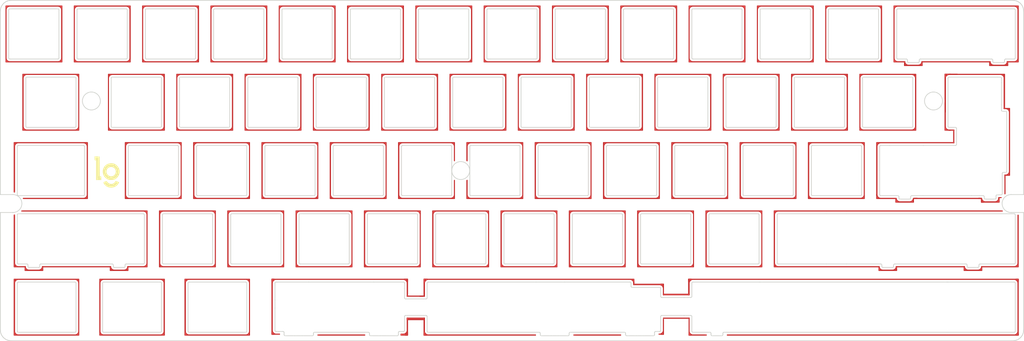
<source format=kicad_pcb>
(kicad_pcb (version 20171130) (host pcbnew "(5.1.4)-1")
  (layers (0 F.Cu signal) (31 B.Cu signal hide) (34 B.Paste user hide) (35 F.Paste user hide) (36 B.SilkS user) (37 F.SilkS user) (38 B.Mask user hide) (39 F.Mask user) (44 Edge.Cuts user))
  (net 0 "")
  (module Desktop:tiny_lg_logo (layer F.Cu) (at 29.845 -47.244)
    (fp_text reference G*** hide)
    (fp_text value LOGO hide)
  )
  (gr_line (start 279.801 -47.191099) (end 280.45 -47.191099) (layer Edge.Cuts) (width 0.2))
  (gr_line (start 282.001622 -35.9914) (end 285.47 -35.9914) (layer Edge.Cuts) (width 0.2))
  (gr_line (start 282.001622 -40.991) (end 285.47 -40.991) (layer Edge.Cuts) (width 0.2))
  (gr_arc (start 112.513 -16.293) (end 112.813 -16.293) (angle -90) (layer Edge.Cuts) (width 0.2))
  (gr_arc (start 76.976999 -3.122219) (end 76.676999 -3.122219) (angle -90) (layer Edge.Cuts) (width 0.2))
  (gr_arc (start 76.976999 -16.293) (end 76.976999 -16.593) (angle -90) (layer Edge.Cuts) (width 0.2))
  (gr_arc (start 278.98 -73.442899) (end 279.28 -73.442899) (angle -90) (layer Edge.Cuts) (width 0.2))
  (gr_line (start 278.069 -73.7429) (end 278.98 -73.742899) (layer Edge.Cuts) (width 0.2))
  (gr_line (start 279.279999 -72.193) (end 279.28 -73.442899) (layer Edge.Cuts) (width 0.2))
  (gr_line (start 149.483 -16.593) (end 157.512 -16.593) (layer Edge.Cuts) (width 0.2))
  (gr_arc (start 250.376 -40.390799) (end 250.676 -40.390799) (angle -90) (layer Edge.Cuts) (width 0.2))
  (gr_arc (start 245.621 -54.3915) (end 245.621 -54.6915) (angle -90) (layer Edge.Cuts) (width 0.2))
  (gr_arc (start 245.621 -40.990799) (end 245.321 -40.990799) (angle -90) (layer Edge.Cuts) (width 0.2))
  (gr_line (start 245.621 -54.691499) (end 248.127 -54.691499) (layer Edge.Cuts) (width 0.2))
  (gr_line (start 245.621 -40.690799) (end 250.376 -40.690799) (layer Edge.Cuts) (width 0.2))
  (gr_line (start 245.321 -47.691149) (end 245.321 -40.990799) (layer Edge.Cuts) (width 0.2))
  (gr_line (start 245.321 -47.691149) (end 245.321 -54.3915) (layer Edge.Cuts) (width 0.2))
  (gr_line (start 104.238 -16.593) (end 112.513 -16.593) (layer Edge.Cuts) (width 0.2))
  (gr_line (start 112.813 -14.8226) (end 112.813 -16.293) (layer Edge.Cuts) (width 0.2))
  (gr_line (start 76.676999 -11.5925) (end 76.676999 -9.39228) (layer Edge.Cuts) (width 0.2))
  (gr_line (start 86.0762 -16.593) (end 76.976999 -16.593) (layer Edge.Cuts) (width 0.2))
  (gr_line (start 76.676999 -11.5925) (end 76.676999 -16.293) (layer Edge.Cuts) (width 0.2))
  (gr_line (start 76.676999 -9.39228) (end 76.676999 -3.12222) (layer Edge.Cuts) (width 0.2))
  (gr_line (start 77.801 -2.82222) (end 76.976999 -2.82222) (layer Edge.Cuts) (width 0.2))
  (gr_line (start 257.524999 -54.691499) (end 248.127 -54.691499) (layer Edge.Cuts) (width 0.2))
  (gr_line (start 230.446 -21.642199) (end 236.095 -21.6421) (layer Edge.Cuts) (width 0.2))
  (gr_line (start 230.446 -35.6429) (end 236.095 -35.6429) (layer Edge.Cuts) (width 0.2))
  (gr_arc (start 281.97 -38.4912) (end 282.001622 -40.991) (angle -181.449491) (layer Edge.Cuts) (width 0.2))
  (gr_circle (center 260.332 -67.090599) (end 262.832 -67.090599) (layer Edge.Cuts) (width 0.2))
  (gr_circle (center 128.484 -47.69045) (end 130.984 -47.69045) (layer Edge.Cuts) (width 0.2))
  (gr_circle (center 25.48265 -67.0913) (end 27.98265 -67.0913) (layer Edge.Cuts) (width 0.2))
  (gr_arc (start 3.59599 -38.491889) (end 3.5953 -35.991889) (angle -181.5445268) (layer Edge.Cuts) (width 0.2))
  (gr_line (start 3.5953 -35.991889) (end 3.595299 -35.9914) (layer Edge.Cuts) (width 0.2))
  (gr_line (start 82.2267 -1.621949) (end 84.2833 -1.621949) (layer Edge.Cuts) (width 0.2))
  (gr_line (start 106.025 -1.62195) (end 108.089 -1.62195) (layer Edge.Cuts) (width 0.2))
  (gr_line (start 177.464 -1.62195) (end 179.408 -1.62195) (layer Edge.Cuts) (width 0.2))
  (gr_line (start 153.663 -1.62195) (end 155.726 -1.62195) (layer Edge.Cuts) (width 0.2))
  (gr_arc (start 279.58 -64.517899) (end 279.28 -64.517899) (angle -90) (layer Edge.Cuts) (width 0.2))
  (gr_line (start 279.28 -66.0419) (end 279.28 -64.517899) (layer Edge.Cuts) (width 0.2))
  (gr_arc (start 274.175 -40.392199) (end 274.475 -40.392199) (angle -90) (layer Edge.Cuts) (width 0.2))
  (gr_line (start 270.925 -40.6922) (end 274.175 -40.692199) (layer Edge.Cuts) (width 0.2))
  (gr_arc (start 192.630999 -12.5921) (end 192.630999 -12.2921) (angle -90) (layer Edge.Cuts) (width 0.2))
  (gr_arc (start 184.552 -12.5921) (end 184.251999 -12.5921) (angle -90) (layer Edge.Cuts) (width 0.2))
  (gr_line (start 190.783 -12.2921) (end 184.552 -12.2921) (layer Edge.Cuts) (width 0.2))
  (gr_line (start 190.783 -12.2921) (end 192.630999 -12.2921) (layer Edge.Cuts) (width 0.2))
  (gr_arc (start 254.274 -40.3922) (end 254.274 -40.6922) (angle -90) (layer Edge.Cuts) (width 0.2))
  (gr_line (start 257.225 -40.6922) (end 254.274 -40.6922) (layer Edge.Cuts) (width 0.2))
  (gr_line (start 257.524999 -40.6922) (end 257.225 -40.6922) (layer Edge.Cuts) (width 0.2))
  (gr_arc (start 250.381 -79.092199) (end 250.081 -79.092199) (angle -90) (layer Edge.Cuts) (width 0.2))
  (gr_arc (start 252.756 -78.492199) (end 253.056 -78.492199) (angle -90) (layer Edge.Cuts) (width 0.2))
  (gr_arc (start 253.356 -78.1221) (end 253.055999 -78.1221) (angle -90) (layer Edge.Cuts) (width 0.2))
  (gr_arc (start 256.057 -78.1221) (end 256.057 -77.8221) (angle -90) (layer Edge.Cuts) (width 0.2))
  (gr_arc (start 256.656999 -78.492199) (end 256.656999 -78.792199) (angle -90) (layer Edge.Cuts) (width 0.2))
  (gr_arc (start 276.556 -78.492199) (end 276.856 -78.492199) (angle -90) (layer Edge.Cuts) (width 0.2))
  (gr_arc (start 277.156 -78.1221) (end 276.856 -78.1221) (angle -90) (layer Edge.Cuts) (width 0.2))
  (gr_arc (start 279.857 -78.1221) (end 279.857 -77.8221) (angle -90) (layer Edge.Cuts) (width 0.2))
  (gr_arc (start 280.457 -78.492199) (end 280.457 -78.792199) (angle -90) (layer Edge.Cuts) (width 0.2))
  (gr_arc (start 282.832 -79.092199) (end 282.832 -78.792199) (angle -90) (layer Edge.Cuts) (width 0.2))
  (gr_arc (start 282.832 -92.4929) (end 283.132 -92.4929) (angle -90) (layer Edge.Cuts) (width 0.2))
  (gr_arc (start 250.381 -92.4929) (end 250.381 -92.7929) (angle -90) (layer Edge.Cuts) (width 0.2))
  (gr_arc (start 266.450999 -54.9915) (end 266.450999 -54.6915) (angle -90) (layer Edge.Cuts) (width 0.2))
  (gr_arc (start 266.450999 -59.4422) (end 266.750999 -59.4422) (angle -90) (layer Edge.Cuts) (width 0.2))
  (gr_arc (start 264.67 -60.0422) (end 264.37 -60.0422) (angle -90) (layer Edge.Cuts) (width 0.2))
  (gr_arc (start 264.67 -73.442899) (end 264.67 -73.742899) (angle -90) (layer Edge.Cuts) (width 0.2))
  (gr_arc (start 280.45 -63.9179) (end 280.75 -63.9179) (angle -90) (layer Edge.Cuts) (width 0.2))
  (gr_arc (start 280.45 -47.491099) (end 280.45 -47.191099) (angle -90) (layer Edge.Cuts) (width 0.2))
  (gr_line (start 280.75 -50.2172) (end 280.75 -47.491099) (layer Edge.Cuts) (width 0.2))
  (gr_arc (start 279.801 -46.8911) (end 279.801 -47.1911) (angle -90) (layer Edge.Cuts) (width 0.2))
  (gr_arc (start 279.201 -41.222199) (end 279.201 -40.922199) (angle -90) (layer Edge.Cuts) (width 0.2))
  (gr_arc (start 278.075 -40.622199) (end 278.075 -40.922199) (angle -90) (layer Edge.Cuts) (width 0.2))
  (gr_arc (start 277.475 -40.022099) (end 277.475 -39.722099) (angle -90) (layer Edge.Cuts) (width 0.2))
  (gr_arc (start 274.775 -40.022099) (end 274.474999 -40.022099) (angle -90) (layer Edge.Cuts) (width 0.2))
  (gr_arc (start 253.674 -40.022099) (end 253.674 -39.722099) (angle -90) (layer Edge.Cuts) (width 0.2))
  (gr_arc (start 250.976 -40.022099) (end 250.676 -40.022099) (angle -90) (layer Edge.Cuts) (width 0.2))
  (gr_arc (start 245.614 -21.3421) (end 245.914 -21.3421) (angle -90) (layer Edge.Cuts) (width 0.2))
  (gr_arc (start 246.214 -20.972) (end 245.914 -20.972) (angle -90) (layer Edge.Cuts) (width 0.2))
  (gr_arc (start 248.913 -20.972) (end 248.913 -20.672) (angle -90) (layer Edge.Cuts) (width 0.2))
  (gr_arc (start 249.513 -21.3421) (end 249.513 -21.6421) (angle -90) (layer Edge.Cuts) (width 0.2))
  (gr_arc (start 269.412 -21.3421) (end 269.712 -21.3421) (angle -90) (layer Edge.Cuts) (width 0.2))
  (gr_arc (start 270.012 -20.972) (end 269.712 -20.972) (angle -90) (layer Edge.Cuts) (width 0.2))
  (gr_arc (start 272.713 -20.972) (end 272.713 -20.672) (angle -90) (layer Edge.Cuts) (width 0.2))
  (gr_arc (start 273.313 -21.3421) (end 273.313 -21.6421) (angle -90) (layer Edge.Cuts) (width 0.2))
  (gr_arc (start 282.832 -21.9421) (end 282.832 -21.6421) (angle -90) (layer Edge.Cuts) (width 0.2))
  (gr_arc (start 282.832 -35.3429) (end 283.132 -35.3429) (angle -90) (layer Edge.Cuts) (width 0.2))
  (gr_arc (start 78.9261 -2.522219) (end 79.2261 -2.522219) (angle -90) (layer Edge.Cuts) (width 0.2))
  (gr_arc (start 79.526099 -1.92195) (end 79.226099 -1.92195) (angle -90) (layer Edge.Cuts) (width 0.2))
  (gr_arc (start 87.107799 -1.92195) (end 87.107799 -1.62195) (angle -90) (layer Edge.Cuts) (width 0.2))
  (gr_arc (start 87.7078 -2.292089) (end 87.7078 -2.592089) (angle -90) (layer Edge.Cuts) (width 0.2))
  (gr_arc (start 102.726 -2.292089) (end 103.026 -2.292089) (angle -90) (layer Edge.Cuts) (width 0.2))
  (gr_arc (start 103.326 -1.92195) (end 103.026 -1.92195) (angle -90) (layer Edge.Cuts) (width 0.2))
  (gr_arc (start 110.788 -1.92195) (end 110.788 -1.62195) (angle -90) (layer Edge.Cuts) (width 0.2))
  (gr_arc (start 111.388 -2.522219) (end 111.388 -2.822219) (angle -90) (layer Edge.Cuts) (width 0.2))
  (gr_arc (start 112.513 -3.122219) (end 112.513 -2.822219) (angle -90) (layer Edge.Cuts) (width 0.2))
  (gr_arc (start 113.113 -6.992589) (end 113.113 -7.292589) (angle -90) (layer Edge.Cuts) (width 0.2))
  (gr_arc (start 118.814 -6.992589) (end 119.113999 -6.992589) (angle -90) (layer Edge.Cuts) (width 0.2))
  (gr_arc (start 119.414 -2.892089) (end 119.114 -2.892089) (angle -90) (layer Edge.Cuts) (width 0.2))
  (gr_arc (start 150.363999 -2.292089) (end 150.663999 -2.29209) (angle -90) (layer Edge.Cuts) (width 0.2))
  (gr_arc (start 150.964 -1.92195) (end 150.664 -1.921949) (angle -90) (layer Edge.Cuts) (width 0.2))
  (gr_line (start 149.783 -2.59209) (end 150.363999 -2.59209) (layer Edge.Cuts) (width 0.2))
  (gr_arc (start 158.427 -1.92195) (end 158.427 -1.62195) (angle -90) (layer Edge.Cuts) (width 0.2))
  (gr_arc (start 159.027 -2.292089) (end 159.027 -2.592089) (angle -90) (layer Edge.Cuts) (width 0.2))
  (gr_arc (start 174.162 -2.292089) (end 174.462 -2.292089) (angle -90) (layer Edge.Cuts) (width 0.2))
  (gr_arc (start 174.762 -1.92195) (end 174.462 -1.92195) (angle -90) (layer Edge.Cuts) (width 0.2))
  (gr_arc (start 182.227 -1.92195) (end 182.227 -1.62195) (angle -90) (layer Edge.Cuts) (width 0.2))
  (gr_arc (start 182.827 -2.522219) (end 182.827 -2.822219) (angle -90) (layer Edge.Cuts) (width 0.2))
  (gr_arc (start 183.952 -3.122219) (end 183.952 -2.822219) (angle -90) (layer Edge.Cuts) (width 0.2))
  (gr_arc (start 184.552 -6.992589) (end 184.552 -7.292589) (angle -90) (layer Edge.Cuts) (width 0.2))
  (gr_arc (start 192.630999 -6.992589) (end 192.930999 -6.992589) (angle -90) (layer Edge.Cuts) (width 0.2))
  (gr_arc (start 193.231 -2.892089) (end 192.930999 -2.892089) (angle -90) (layer Edge.Cuts) (width 0.2))
  (gr_arc (start 197.982999 -2.292089) (end 198.282999 -2.292089) (angle -90) (layer Edge.Cuts) (width 0.2))
  (gr_arc (start 198.583 -1.92195) (end 198.283 -1.92195) (angle -90) (layer Edge.Cuts) (width 0.2))
  (gr_arc (start 201.281 -1.921949) (end 201.281 -1.621949) (angle -90) (layer Edge.Cuts) (width 0.2))
  (gr_arc (start 201.881 -2.292089) (end 201.881 -2.592089) (angle -90) (layer Edge.Cuts) (width 0.2))
  (gr_arc (start 282.832 -2.892089) (end 282.832 -2.592089) (angle -90) (layer Edge.Cuts) (width 0.2))
  (gr_arc (start 282.832 -16.293) (end 283.132 -16.293) (angle -90) (layer Edge.Cuts) (width 0.2))
  (gr_arc (start 193.231 -16.293) (end 193.231 -16.593) (angle -90) (layer Edge.Cuts) (width 0.2))
  (gr_arc (start 183.952 -14.8226) (end 184.252 -14.8226) (angle -90) (layer Edge.Cuts) (width 0.2))
  (gr_arc (start 176.277 -15.4226) (end 175.976999 -15.4226) (angle -90) (layer Edge.Cuts) (width 0.2))
  (gr_arc (start 175.677 -16.293) (end 175.977 -16.293) (angle -90) (layer Edge.Cuts) (width 0.2))
  (gr_arc (start 119.414 -16.293) (end 119.414 -16.593) (angle -90) (layer Edge.Cuts) (width 0.2))
  (gr_arc (start 118.814 -12.1925) (end 118.814 -11.8925) (angle -90) (layer Edge.Cuts) (width 0.2))
  (gr_arc (start 113.113 -12.1925) (end 112.813 -12.1925) (angle -90) (layer Edge.Cuts) (width 0.2))
  (gr_arc (start 52.738699 -2.892089) (end 52.438699 -2.892089) (angle -90) (layer Edge.Cuts) (width 0.2))
  (gr_arc (start 68.519199 -2.892089) (end 68.519199 -2.592089) (angle -90) (layer Edge.Cuts) (width 0.2))
  (gr_arc (start 68.519199 -16.293) (end 68.819199 -16.293) (angle -90) (layer Edge.Cuts) (width 0.2))
  (gr_arc (start 52.738699 -16.293) (end 52.738699 -16.593) (angle -90) (layer Edge.Cuts) (width 0.2))
  (gr_arc (start 28.926 -2.892089) (end 28.625999 -2.892089) (angle -90) (layer Edge.Cuts) (width 0.2))
  (gr_arc (start 44.7067 -2.892089) (end 44.7067 -2.592089) (angle -90) (layer Edge.Cuts) (width 0.2))
  (gr_arc (start 44.7067 -16.293) (end 45.0067 -16.293) (angle -90) (layer Edge.Cuts) (width 0.2))
  (gr_arc (start 28.926 -16.293) (end 28.926 -16.593) (angle -90) (layer Edge.Cuts) (width 0.2))
  (gr_arc (start 20.8956 -16.293) (end 21.1956 -16.293) (angle -90) (layer Edge.Cuts) (width 0.2))
  (gr_arc (start 20.8956 -2.892089) (end 20.8956 -2.592089) (angle -90) (layer Edge.Cuts) (width 0.2))
  (gr_arc (start 5.11348 -2.892089) (end 4.81348 -2.892089) (angle -90) (layer Edge.Cuts) (width 0.2))
  (gr_arc (start 5.11348 -16.293) (end 5.11348 -16.593) (angle -90) (layer Edge.Cuts) (width 0.2))
  (gr_arc (start 39.9442 -35.3429) (end 40.2442 -35.3429) (angle -90) (layer Edge.Cuts) (width 0.2))
  (gr_arc (start 39.9442 -21.9421) (end 39.9442 -21.6421) (angle -90) (layer Edge.Cuts) (width 0.2))
  (gr_arc (start 35.1878 -21.3421) (end 35.1878 -21.6421) (angle -90) (layer Edge.Cuts) (width 0.2))
  (gr_arc (start 34.5878 -20.972) (end 34.5878 -20.672) (angle -90) (layer Edge.Cuts) (width 0.2))
  (gr_arc (start 31.8874 -20.972) (end 31.5874 -20.972) (angle -90) (layer Edge.Cuts) (width 0.2))
  (gr_arc (start 31.2874 -21.3421) (end 31.5874 -21.3421) (angle -90) (layer Edge.Cuts) (width 0.2))
  (gr_arc (start 11.3877 -21.3421) (end 11.3877 -21.6421) (angle -90) (layer Edge.Cuts) (width 0.2))
  (gr_arc (start 10.7877 -20.972) (end 10.7877 -20.672) (angle -90) (layer Edge.Cuts) (width 0.2))
  (gr_arc (start 8.08866 -20.972) (end 7.78866 -20.972) (angle -90) (layer Edge.Cuts) (width 0.2))
  (gr_arc (start 7.48866 -21.3421) (end 7.78866 -21.3421) (angle -90) (layer Edge.Cuts) (width 0.2))
  (gr_arc (start 5.11348 -21.9421) (end 4.81348 -21.9421) (angle -90) (layer Edge.Cuts) (width 0.2))
  (gr_arc (start 5.11348 -35.3429) (end 5.11348 -35.6429) (angle -90) (layer Edge.Cuts) (width 0.2))
  (gr_arc (start 23.2768 -40.992199) (end 23.2768 -40.692199) (angle -90) (layer Edge.Cuts) (width 0.2))
  (gr_arc (start 23.2768 -54.3915) (end 23.5768 -54.3915) (angle -90) (layer Edge.Cuts) (width 0.2))
  (gr_arc (start 5.11348 -54.3915) (end 5.11348 -54.6915) (angle -90) (layer Edge.Cuts) (width 0.2))
  (gr_arc (start 5.11348 -40.992199) (end 4.81348 -40.992199) (angle -90) (layer Edge.Cuts) (width 0.2))
  (gr_arc (start 217.04514 -21.942199) (end 216.74514 -21.942199) (angle -90) (layer Edge.Cuts) (width 0.2))
  (gr_line (start 216.74514 -21.942199) (end 216.74514 -35.3429) (layer Edge.Cuts) (width 0.2))
  (gr_line (start 230.446 -21.642199) (end 217.04514 -21.642199) (layer Edge.Cuts) (width 0.2))
  (gr_arc (start 217.04514 -35.3429) (end 217.04514 -35.6429) (angle -90) (layer Edge.Cuts) (width 0.2))
  (gr_line (start 217.04514 -35.6429) (end 230.446 -35.6429) (layer Edge.Cuts) (width 0.2))
  (gr_arc (start 197.99314 -21.942199) (end 197.69314 -21.942199) (angle -90) (layer Edge.Cuts) (width 0.2))
  (gr_line (start 197.69314 -21.942199) (end 197.69314 -35.3429) (layer Edge.Cuts) (width 0.2))
  (gr_arc (start 211.394 -21.942199) (end 211.394 -21.642199) (angle -90) (layer Edge.Cuts) (width 0.2))
  (gr_line (start 211.394 -21.642199) (end 197.99314 -21.642199) (layer Edge.Cuts) (width 0.2))
  (gr_arc (start 211.394 -35.3429) (end 211.694 -35.3429) (angle -90) (layer Edge.Cuts) (width 0.2))
  (gr_line (start 211.694 -35.3429) (end 211.694 -21.942199) (layer Edge.Cuts) (width 0.2))
  (gr_arc (start 197.99314 -35.3429) (end 197.99314 -35.6429) (angle -90) (layer Edge.Cuts) (width 0.2))
  (gr_line (start 197.99314 -35.6429) (end 211.394 -35.6429) (layer Edge.Cuts) (width 0.2))
  (gr_arc (start 178.94514 -21.942199) (end 178.64514 -21.942199) (angle -90) (layer Edge.Cuts) (width 0.2))
  (gr_line (start 178.64514 -21.942199) (end 178.64514 -35.3429) (layer Edge.Cuts) (width 0.2))
  (gr_arc (start 192.346 -21.942199) (end 192.346 -21.642199) (angle -90) (layer Edge.Cuts) (width 0.2))
  (gr_line (start 192.346 -21.642199) (end 178.94514 -21.642199) (layer Edge.Cuts) (width 0.2))
  (gr_arc (start 192.346 -35.3429) (end 192.646 -35.3429) (angle -90) (layer Edge.Cuts) (width 0.2))
  (gr_line (start 192.646 -35.3429) (end 192.646 -21.942199) (layer Edge.Cuts) (width 0.2))
  (gr_arc (start 178.94514 -35.3429) (end 178.94514 -35.6429) (angle -90) (layer Edge.Cuts) (width 0.2))
  (gr_line (start 178.94514 -35.6429) (end 192.346 -35.6429) (layer Edge.Cuts) (width 0.2))
  (gr_arc (start 159.895139 -21.942199) (end 159.595139 -21.942199) (angle -90) (layer Edge.Cuts) (width 0.2))
  (gr_line (start 159.59514 -21.942199) (end 159.59514 -35.3429) (layer Edge.Cuts) (width 0.2))
  (gr_arc (start 173.296 -21.942199) (end 173.296 -21.642199) (angle -90) (layer Edge.Cuts) (width 0.2))
  (gr_line (start 173.296 -21.642199) (end 159.895139 -21.642199) (layer Edge.Cuts) (width 0.2))
  (gr_arc (start 173.296 -35.3429) (end 173.596 -35.3429) (angle -90) (layer Edge.Cuts) (width 0.2))
  (gr_line (start 173.595999 -35.3429) (end 173.595999 -21.942199) (layer Edge.Cuts) (width 0.2))
  (gr_arc (start 159.895139 -35.3429) (end 159.895139 -35.6429) (angle -90) (layer Edge.Cuts) (width 0.2))
  (gr_line (start 159.895139 -35.6429) (end 173.296 -35.6429) (layer Edge.Cuts) (width 0.2))
  (gr_arc (start 140.84314 -21.942199) (end 140.54314 -21.942199) (angle -90) (layer Edge.Cuts) (width 0.2))
  (gr_line (start 140.54314 -21.942199) (end 140.54314 -35.3429) (layer Edge.Cuts) (width 0.2))
  (gr_arc (start 154.244 -21.942199) (end 154.244 -21.642199) (angle -90) (layer Edge.Cuts) (width 0.2))
  (gr_line (start 154.244 -21.642199) (end 140.84314 -21.642199) (layer Edge.Cuts) (width 0.2))
  (gr_arc (start 154.244 -35.3429) (end 154.544 -35.3429) (angle -90) (layer Edge.Cuts) (width 0.2))
  (gr_line (start 154.544 -35.3429) (end 154.544 -21.942199) (layer Edge.Cuts) (width 0.2))
  (gr_arc (start 140.84314 -35.3429) (end 140.84314 -35.6429) (angle -90) (layer Edge.Cuts) (width 0.2))
  (gr_line (start 140.84314 -35.6429) (end 154.244 -35.6429) (layer Edge.Cuts) (width 0.2))
  (gr_arc (start 121.79514 -21.942199) (end 121.49514 -21.942199) (angle -90) (layer Edge.Cuts) (width 0.2))
  (gr_line (start 121.49514 -21.942199) (end 121.49514 -35.3429) (layer Edge.Cuts) (width 0.2))
  (gr_arc (start 135.196 -21.942199) (end 135.196 -21.642199) (angle -90) (layer Edge.Cuts) (width 0.2))
  (gr_line (start 135.196 -21.642199) (end 121.79514 -21.642199) (layer Edge.Cuts) (width 0.2))
  (gr_arc (start 135.196 -35.3429) (end 135.496 -35.3429) (angle -90) (layer Edge.Cuts) (width 0.2))
  (gr_line (start 135.496 -35.3429) (end 135.496 -21.942199) (layer Edge.Cuts) (width 0.2))
  (gr_arc (start 121.79514 -35.3429) (end 121.79514 -35.6429) (angle -90) (layer Edge.Cuts) (width 0.2))
  (gr_line (start 121.79514 -35.6429) (end 135.196 -35.6429) (layer Edge.Cuts) (width 0.2))
  (gr_arc (start 102.74314 -21.942199) (end 102.44314 -21.942199) (angle -90) (layer Edge.Cuts) (width 0.2))
  (gr_line (start 102.44314 -21.942199) (end 102.44314 -35.3429) (layer Edge.Cuts) (width 0.2))
  (gr_arc (start 116.144 -21.942199) (end 116.144 -21.642199) (angle -90) (layer Edge.Cuts) (width 0.2))
  (gr_line (start 116.144 -21.642199) (end 102.74314 -21.642199) (layer Edge.Cuts) (width 0.2))
  (gr_arc (start 116.144 -35.3429) (end 116.444 -35.3429) (angle -90) (layer Edge.Cuts) (width 0.2))
  (gr_line (start 116.444 -35.3429) (end 116.444 -21.942199) (layer Edge.Cuts) (width 0.2))
  (gr_arc (start 102.74314 -35.3429) (end 102.74314 -35.6429) (angle -90) (layer Edge.Cuts) (width 0.2))
  (gr_line (start 102.74314 -35.6429) (end 116.144 -35.6429) (layer Edge.Cuts) (width 0.2))
  (gr_arc (start 83.69474 -21.942199) (end 83.39474 -21.942199) (angle -90) (layer Edge.Cuts) (width 0.2))
  (gr_line (start 83.39474 -21.942199) (end 83.39474 -35.3429) (layer Edge.Cuts) (width 0.2))
  (gr_arc (start 97.0956 -21.942199) (end 97.0956 -21.642199) (angle -90) (layer Edge.Cuts) (width 0.2))
  (gr_line (start 97.0956 -21.642199) (end 83.69474 -21.642199) (layer Edge.Cuts) (width 0.2))
  (gr_arc (start 97.0956 -35.3429) (end 97.3956 -35.3429) (angle -90) (layer Edge.Cuts) (width 0.2))
  (gr_line (start 97.3956 -35.3429) (end 97.3956 -21.942199) (layer Edge.Cuts) (width 0.2))
  (gr_arc (start 83.69474 -35.3429) (end 83.69474 -35.6429) (angle -90) (layer Edge.Cuts) (width 0.2))
  (gr_line (start 83.69474 -35.6429) (end 97.0956 -35.6429) (layer Edge.Cuts) (width 0.2))
  (gr_arc (start 64.64474 -21.942199) (end 64.34474 -21.942199) (angle -90) (layer Edge.Cuts) (width 0.2))
  (gr_line (start 64.34474 -21.942199) (end 64.34474 -35.3429) (layer Edge.Cuts) (width 0.2))
  (gr_arc (start 78.0456 -21.942199) (end 78.0456 -21.642199) (angle -90) (layer Edge.Cuts) (width 0.2))
  (gr_line (start 78.0456 -21.642199) (end 64.64474 -21.642199) (layer Edge.Cuts) (width 0.2))
  (gr_arc (start 78.0456 -35.3429) (end 78.3456 -35.3429) (angle -90) (layer Edge.Cuts) (width 0.2))
  (gr_line (start 78.3456 -35.3429) (end 78.3456 -21.942199) (layer Edge.Cuts) (width 0.2))
  (gr_arc (start 64.64474 -35.3429) (end 64.64474 -35.6429) (angle -90) (layer Edge.Cuts) (width 0.2))
  (gr_line (start 64.64474 -35.6429) (end 78.0456 -35.6429) (layer Edge.Cuts) (width 0.2))
  (gr_arc (start 45.594739 -21.942199) (end 45.294739 -21.942199) (angle -90) (layer Edge.Cuts) (width 0.2))
  (gr_line (start 45.294739 -21.942199) (end 45.294739 -35.3429) (layer Edge.Cuts) (width 0.2))
  (gr_arc (start 58.9956 -21.942199) (end 58.9956 -21.642199) (angle -90) (layer Edge.Cuts) (width 0.2))
  (gr_line (start 58.9956 -21.642199) (end 45.59474 -21.642199) (layer Edge.Cuts) (width 0.2))
  (gr_arc (start 58.9956 -35.3429) (end 59.2956 -35.3429) (angle -90) (layer Edge.Cuts) (width 0.2))
  (gr_line (start 59.295599 -35.3429) (end 59.295599 -21.942199) (layer Edge.Cuts) (width 0.2))
  (gr_arc (start 45.594739 -35.3429) (end 45.594739 -35.6429) (angle -90) (layer Edge.Cuts) (width 0.2))
  (gr_line (start 45.594739 -35.6429) (end 58.9956 -35.6429) (layer Edge.Cuts) (width 0.2))
  (gr_arc (start 36.06974 -40.990799) (end 35.76974 -40.990799) (angle -90) (layer Edge.Cuts) (width 0.2))
  (gr_line (start 35.76974 -40.990799) (end 35.76974 -54.3915) (layer Edge.Cuts) (width 0.2))
  (gr_arc (start 49.4706 -40.990799) (end 49.4706 -40.690799) (angle -90) (layer Edge.Cuts) (width 0.2))
  (gr_line (start 49.4706 -40.690799) (end 36.06974 -40.690799) (layer Edge.Cuts) (width 0.2))
  (gr_arc (start 49.4706 -54.3915) (end 49.770599 -54.3915) (angle -90) (layer Edge.Cuts) (width 0.2))
  (gr_line (start 49.7706 -54.3915) (end 49.7706 -40.990799) (layer Edge.Cuts) (width 0.2))
  (gr_arc (start 36.06974 -54.3915) (end 36.06974 -54.6915) (angle -90) (layer Edge.Cuts) (width 0.2))
  (gr_line (start 36.06974 -54.691499) (end 49.4706 -54.691499) (layer Edge.Cuts) (width 0.2))
  (gr_arc (start 55.11834 -40.990799) (end 54.81834 -40.990799) (angle -90) (layer Edge.Cuts) (width 0.2))
  (gr_line (start 54.81834 -40.990799) (end 54.81834 -54.3915) (layer Edge.Cuts) (width 0.2))
  (gr_arc (start 68.519199 -40.990799) (end 68.519199 -40.690799) (angle -90) (layer Edge.Cuts) (width 0.2))
  (gr_line (start 68.519199 -40.690799) (end 55.11834 -40.690799) (layer Edge.Cuts) (width 0.2))
  (gr_arc (start 68.519199 -54.3915) (end 68.819199 -54.3915) (angle -90) (layer Edge.Cuts) (width 0.2))
  (gr_line (start 68.8192 -54.3915) (end 68.8192 -40.990799) (layer Edge.Cuts) (width 0.2))
  (gr_arc (start 55.11834 -54.3915) (end 55.11834 -54.6915) (angle -90) (layer Edge.Cuts) (width 0.2))
  (gr_line (start 55.11834 -54.691499) (end 68.519199 -54.691499) (layer Edge.Cuts) (width 0.2))
  (gr_arc (start 74.16834 -40.990799) (end 73.86834 -40.990799) (angle -90) (layer Edge.Cuts) (width 0.2))
  (gr_line (start 73.86834 -40.990799) (end 73.86834 -54.3915) (layer Edge.Cuts) (width 0.2))
  (gr_arc (start 87.5692 -40.990799) (end 87.5692 -40.690799) (angle -90) (layer Edge.Cuts) (width 0.2))
  (gr_line (start 87.5692 -40.690799) (end 74.16834 -40.690799) (layer Edge.Cuts) (width 0.2))
  (gr_arc (start 87.5692 -54.3915) (end 87.869199 -54.3915) (angle -90) (layer Edge.Cuts) (width 0.2))
  (gr_line (start 87.8692 -54.3915) (end 87.8692 -40.990799) (layer Edge.Cuts) (width 0.2))
  (gr_arc (start 74.16834 -54.3915) (end 74.16834 -54.6915) (angle -90) (layer Edge.Cuts) (width 0.2))
  (gr_line (start 74.16834 -54.691499) (end 87.5692 -54.691499) (layer Edge.Cuts) (width 0.2))
  (gr_arc (start 93.21814 -40.990799) (end 92.91814 -40.990799) (angle -90) (layer Edge.Cuts) (width 0.2))
  (gr_line (start 92.91814 -40.990799) (end 92.91814 -54.3915) (layer Edge.Cuts) (width 0.2))
  (gr_arc (start 106.619 -40.990799) (end 106.619 -40.690799) (angle -90) (layer Edge.Cuts) (width 0.2))
  (gr_line (start 106.619 -40.690799) (end 93.21814 -40.690799) (layer Edge.Cuts) (width 0.2))
  (gr_arc (start 106.619 -54.3915) (end 106.919 -54.3915) (angle -90) (layer Edge.Cuts) (width 0.2))
  (gr_line (start 106.919 -54.3915) (end 106.919 -40.990799) (layer Edge.Cuts) (width 0.2))
  (gr_arc (start 93.21814 -54.3915) (end 93.21814 -54.6915) (angle -90) (layer Edge.Cuts) (width 0.2))
  (gr_line (start 93.21814 -54.691499) (end 106.619 -54.691499) (layer Edge.Cuts) (width 0.2))
  (gr_arc (start 112.27014 -40.990799) (end 111.97014 -40.990799) (angle -90) (layer Edge.Cuts) (width 0.2))
  (gr_line (start 111.97014 -40.990799) (end 111.97014 -54.3915) (layer Edge.Cuts) (width 0.2))
  (gr_arc (start 125.671 -40.990799) (end 125.671 -40.690799) (angle -90) (layer Edge.Cuts) (width 0.2))
  (gr_line (start 125.671 -40.690799) (end 112.27014 -40.690799) (layer Edge.Cuts) (width 0.2))
  (gr_arc (start 125.671 -54.3915) (end 125.971 -54.3915) (angle -90) (layer Edge.Cuts) (width 0.2))
  (gr_line (start 125.971 -54.3915) (end 125.971 -40.990799) (layer Edge.Cuts) (width 0.2))
  (gr_arc (start 112.27014 -54.3915) (end 112.27014 -54.6915) (angle -90) (layer Edge.Cuts) (width 0.2))
  (gr_line (start 112.27014 -54.691499) (end 125.671 -54.691499) (layer Edge.Cuts) (width 0.2))
  (gr_arc (start 131.31814 -40.990799) (end 131.018139 -40.990799) (angle -90) (layer Edge.Cuts) (width 0.2))
  (gr_line (start 131.018139 -40.990799) (end 131.018139 -54.3915) (layer Edge.Cuts) (width 0.2))
  (gr_arc (start 144.719 -40.990799) (end 144.719 -40.690799) (angle -90) (layer Edge.Cuts) (width 0.2))
  (gr_line (start 144.719 -40.690799) (end 131.31814 -40.690799) (layer Edge.Cuts) (width 0.2))
  (gr_arc (start 144.719 -54.3915) (end 145.019 -54.3915) (angle -90) (layer Edge.Cuts) (width 0.2))
  (gr_line (start 145.019 -54.3915) (end 145.019 -40.990799) (layer Edge.Cuts) (width 0.2))
  (gr_arc (start 131.31814 -54.3915) (end 131.31814 -54.6915) (angle -90) (layer Edge.Cuts) (width 0.2))
  (gr_line (start 131.31814 -54.691499) (end 144.719 -54.691499) (layer Edge.Cuts) (width 0.2))
  (gr_arc (start 150.36814 -40.990799) (end 150.06814 -40.990799) (angle -90) (layer Edge.Cuts) (width 0.2))
  (gr_line (start 150.06814 -40.990799) (end 150.06814 -54.3915) (layer Edge.Cuts) (width 0.2))
  (gr_arc (start 163.769 -40.990799) (end 163.769 -40.690799) (angle -90) (layer Edge.Cuts) (width 0.2))
  (gr_line (start 163.769 -40.690799) (end 150.36814 -40.690799) (layer Edge.Cuts) (width 0.2))
  (gr_arc (start 163.769 -54.3915) (end 164.069 -54.3915) (angle -90) (layer Edge.Cuts) (width 0.2))
  (gr_line (start 164.069 -54.3915) (end 164.069 -40.990799) (layer Edge.Cuts) (width 0.2))
  (gr_arc (start 150.36814 -54.3915) (end 150.36814 -54.6915) (angle -90) (layer Edge.Cuts) (width 0.2))
  (gr_line (start 150.36814 -54.691499) (end 163.769 -54.691499) (layer Edge.Cuts) (width 0.2))
  (gr_arc (start 169.42014 -40.990799) (end 169.12014 -40.990799) (angle -90) (layer Edge.Cuts) (width 0.2))
  (gr_line (start 169.12014 -40.990799) (end 169.12014 -54.3915) (layer Edge.Cuts) (width 0.2))
  (gr_arc (start 182.820999 -40.990799) (end 182.820999 -40.690799) (angle -90) (layer Edge.Cuts) (width 0.2))
  (gr_line (start 182.820999 -40.690799) (end 169.42014 -40.690799) (layer Edge.Cuts) (width 0.2))
  (gr_arc (start 182.820999 -54.3915) (end 183.120999 -54.3915) (angle -90) (layer Edge.Cuts) (width 0.2))
  (gr_line (start 183.121 -54.3915) (end 183.121 -40.990799) (layer Edge.Cuts) (width 0.2))
  (gr_arc (start 169.42014 -54.3915) (end 169.42014 -54.6915) (angle -90) (layer Edge.Cuts) (width 0.2))
  (gr_line (start 169.42014 -54.691499) (end 182.820999 -54.691499) (layer Edge.Cuts) (width 0.2))
  (gr_arc (start 188.46814 -40.990799) (end 188.16814 -40.990799) (angle -90) (layer Edge.Cuts) (width 0.2))
  (gr_line (start 188.16814 -40.990799) (end 188.16814 -54.3915) (layer Edge.Cuts) (width 0.2))
  (gr_arc (start 201.869 -40.990799) (end 201.869 -40.690799) (angle -90) (layer Edge.Cuts) (width 0.2))
  (gr_line (start 201.869 -40.690799) (end 188.46814 -40.690799) (layer Edge.Cuts) (width 0.2))
  (gr_arc (start 201.869 -54.3915) (end 202.169 -54.3915) (angle -90) (layer Edge.Cuts) (width 0.2))
  (gr_line (start 202.169 -54.3915) (end 202.169 -40.990799) (layer Edge.Cuts) (width 0.2))
  (gr_arc (start 188.46814 -54.3915) (end 188.46814 -54.6915) (angle -90) (layer Edge.Cuts) (width 0.2))
  (gr_line (start 188.46814 -54.691499) (end 201.869 -54.691499) (layer Edge.Cuts) (width 0.2))
  (gr_arc (start 207.52014 -40.990799) (end 207.22014 -40.990799) (angle -90) (layer Edge.Cuts) (width 0.2))
  (gr_line (start 207.22014 -40.990799) (end 207.22014 -54.3915) (layer Edge.Cuts) (width 0.2))
  (gr_arc (start 220.921 -40.990799) (end 220.921 -40.690799) (angle -90) (layer Edge.Cuts) (width 0.2))
  (gr_line (start 220.921 -40.690799) (end 207.52014 -40.690799) (layer Edge.Cuts) (width 0.2))
  (gr_arc (start 220.921 -54.3915) (end 221.221 -54.3915) (angle -90) (layer Edge.Cuts) (width 0.2))
  (gr_line (start 221.221 -54.3915) (end 221.221 -40.990799) (layer Edge.Cuts) (width 0.2))
  (gr_arc (start 207.52014 -54.3915) (end 207.52014 -54.6915) (angle -90) (layer Edge.Cuts) (width 0.2))
  (gr_line (start 207.52014 -54.691499) (end 220.921 -54.691499) (layer Edge.Cuts) (width 0.2))
  (gr_arc (start 226.57014 -40.990799) (end 226.27014 -40.990799) (angle -90) (layer Edge.Cuts) (width 0.2))
  (gr_line (start 226.27014 -40.990799) (end 226.27014 -54.3915) (layer Edge.Cuts) (width 0.2))
  (gr_arc (start 239.971 -40.990799) (end 239.971 -40.690799) (angle -90) (layer Edge.Cuts) (width 0.2))
  (gr_line (start 239.971 -40.690799) (end 226.57014 -40.690799) (layer Edge.Cuts) (width 0.2))
  (gr_arc (start 239.971 -54.3915) (end 240.271 -54.3915) (angle -90) (layer Edge.Cuts) (width 0.2))
  (gr_line (start 240.271 -54.3915) (end 240.271 -40.990799) (layer Edge.Cuts) (width 0.2))
  (gr_arc (start 226.57014 -54.3915) (end 226.57014 -54.6915) (angle -90) (layer Edge.Cuts) (width 0.2))
  (gr_line (start 226.57014 -54.691499) (end 239.971 -54.691499) (layer Edge.Cuts) (width 0.2))
  (gr_arc (start 240.85614 -60.0422) (end 240.55614 -60.0422) (angle -90) (layer Edge.Cuts) (width 0.2))
  (gr_line (start 240.55614 -60.0422) (end 240.55614 -73.442899) (layer Edge.Cuts) (width 0.2))
  (gr_arc (start 254.257 -60.0422) (end 254.257 -59.7422) (angle -90) (layer Edge.Cuts) (width 0.2))
  (gr_line (start 254.257 -59.742199) (end 240.85614 -59.742199) (layer Edge.Cuts) (width 0.2))
  (gr_arc (start 254.257 -73.442899) (end 254.557 -73.442899) (angle -90) (layer Edge.Cuts) (width 0.2))
  (gr_line (start 254.557 -73.442899) (end 254.557 -60.0422) (layer Edge.Cuts) (width 0.2))
  (gr_arc (start 240.85614 -73.442899) (end 240.85614 -73.742899) (angle -90) (layer Edge.Cuts) (width 0.2))
  (gr_line (start 240.85614 -73.7429) (end 254.257 -73.7429) (layer Edge.Cuts) (width 0.2))
  (gr_arc (start 221.80714 -60.0422) (end 221.50714 -60.0422) (angle -90) (layer Edge.Cuts) (width 0.2))
  (gr_line (start 221.50714 -60.0422) (end 221.50714 -73.442899) (layer Edge.Cuts) (width 0.2))
  (gr_arc (start 235.208 -60.0422) (end 235.208 -59.7422) (angle -90) (layer Edge.Cuts) (width 0.2))
  (gr_line (start 235.208 -59.742199) (end 221.80714 -59.742199) (layer Edge.Cuts) (width 0.2))
  (gr_arc (start 235.208 -73.442899) (end 235.508 -73.442899) (angle -90) (layer Edge.Cuts) (width 0.2))
  (gr_line (start 235.508 -73.442899) (end 235.508 -60.0422) (layer Edge.Cuts) (width 0.2))
  (gr_arc (start 221.80714 -73.442899) (end 221.80714 -73.742899) (angle -90) (layer Edge.Cuts) (width 0.2))
  (gr_line (start 221.80714 -73.7429) (end 235.208 -73.7429) (layer Edge.Cuts) (width 0.2))
  (gr_arc (start 202.75614 -60.0422) (end 202.456139 -60.0422) (angle -90) (layer Edge.Cuts) (width 0.2))
  (gr_line (start 202.45614 -60.0422) (end 202.45614 -73.442899) (layer Edge.Cuts) (width 0.2))
  (gr_arc (start 216.157 -60.0422) (end 216.157 -59.7422) (angle -90) (layer Edge.Cuts) (width 0.2))
  (gr_line (start 216.157 -59.742199) (end 202.75614 -59.742199) (layer Edge.Cuts) (width 0.2))
  (gr_arc (start 216.157 -73.442899) (end 216.457 -73.442899) (angle -90) (layer Edge.Cuts) (width 0.2))
  (gr_line (start 216.457 -73.442899) (end 216.457 -60.0422) (layer Edge.Cuts) (width 0.2))
  (gr_arc (start 202.75614 -73.442899) (end 202.75614 -73.742899) (angle -90) (layer Edge.Cuts) (width 0.2))
  (gr_line (start 202.75614 -73.7429) (end 216.157 -73.7429) (layer Edge.Cuts) (width 0.2))
  (gr_arc (start 183.70714 -60.0422) (end 183.40714 -60.0422) (angle -90) (layer Edge.Cuts) (width 0.2))
  (gr_line (start 183.40714 -60.0422) (end 183.40714 -73.442899) (layer Edge.Cuts) (width 0.2))
  (gr_arc (start 197.108 -60.0422) (end 197.108 -59.7422) (angle -90) (layer Edge.Cuts) (width 0.2))
  (gr_line (start 197.108 -59.742199) (end 183.70714 -59.742199) (layer Edge.Cuts) (width 0.2))
  (gr_arc (start 197.108 -73.442899) (end 197.408 -73.442899) (angle -90) (layer Edge.Cuts) (width 0.2))
  (gr_line (start 197.408 -73.442899) (end 197.408 -60.0422) (layer Edge.Cuts) (width 0.2))
  (gr_arc (start 183.70714 -73.442899) (end 183.70714 -73.742899) (angle -90) (layer Edge.Cuts) (width 0.2))
  (gr_line (start 183.70714 -73.7429) (end 197.108 -73.7429) (layer Edge.Cuts) (width 0.2))
  (gr_arc (start 164.65714 -60.0422) (end 164.35714 -60.0422) (angle -90) (layer Edge.Cuts) (width 0.2))
  (gr_line (start 164.35714 -60.0422) (end 164.35714 -73.442899) (layer Edge.Cuts) (width 0.2))
  (gr_arc (start 178.058 -60.0422) (end 178.058 -59.7422) (angle -90) (layer Edge.Cuts) (width 0.2))
  (gr_line (start 178.058 -59.742199) (end 164.65714 -59.742199) (layer Edge.Cuts) (width 0.2))
  (gr_arc (start 178.058 -73.442899) (end 178.358 -73.442899) (angle -90) (layer Edge.Cuts) (width 0.2))
  (gr_line (start 178.358 -73.442899) (end 178.358 -60.0422) (layer Edge.Cuts) (width 0.2))
  (gr_arc (start 164.65714 -73.442899) (end 164.65714 -73.742899) (angle -90) (layer Edge.Cuts) (width 0.2))
  (gr_line (start 164.65714 -73.7429) (end 178.058 -73.7429) (layer Edge.Cuts) (width 0.2))
  (gr_arc (start 145.60614 -60.0422) (end 145.30614 -60.0422) (angle -90) (layer Edge.Cuts) (width 0.2))
  (gr_line (start 145.30614 -60.0422) (end 145.30614 -73.442899) (layer Edge.Cuts) (width 0.2))
  (gr_arc (start 159.007 -60.0422) (end 159.007 -59.7422) (angle -90) (layer Edge.Cuts) (width 0.2))
  (gr_line (start 159.007 -59.742199) (end 145.60614 -59.742199) (layer Edge.Cuts) (width 0.2))
  (gr_arc (start 159.007 -73.442899) (end 159.307 -73.442899) (angle -90) (layer Edge.Cuts) (width 0.2))
  (gr_line (start 159.307 -73.442899) (end 159.307 -60.0422) (layer Edge.Cuts) (width 0.2))
  (gr_arc (start 145.60614 -73.442899) (end 145.60614 -73.742899) (angle -90) (layer Edge.Cuts) (width 0.2))
  (gr_line (start 145.60614 -73.7429) (end 159.007 -73.7429) (layer Edge.Cuts) (width 0.2))
  (gr_arc (start 126.55714 -60.0422) (end 126.25714 -60.0422) (angle -90) (layer Edge.Cuts) (width 0.2))
  (gr_line (start 126.25714 -60.0422) (end 126.25714 -73.442899) (layer Edge.Cuts) (width 0.2))
  (gr_arc (start 139.958 -60.0422) (end 139.958 -59.7422) (angle -90) (layer Edge.Cuts) (width 0.2))
  (gr_line (start 139.958 -59.742199) (end 126.55714 -59.742199) (layer Edge.Cuts) (width 0.2))
  (gr_arc (start 139.958 -73.442899) (end 140.258 -73.442899) (angle -90) (layer Edge.Cuts) (width 0.2))
  (gr_line (start 140.258 -73.442899) (end 140.258 -60.0422) (layer Edge.Cuts) (width 0.2))
  (gr_arc (start 126.55714 -73.442899) (end 126.55714 -73.742899) (angle -90) (layer Edge.Cuts) (width 0.2))
  (gr_line (start 126.55714 -73.7429) (end 139.958 -73.7429) (layer Edge.Cuts) (width 0.2))
  (gr_arc (start 107.50614 -60.0422) (end 107.20614 -60.0422) (angle -90) (layer Edge.Cuts) (width 0.2))
  (gr_line (start 107.20614 -60.0422) (end 107.20614 -73.442899) (layer Edge.Cuts) (width 0.2))
  (gr_arc (start 120.907 -60.0422) (end 120.907 -59.7422) (angle -90) (layer Edge.Cuts) (width 0.2))
  (gr_line (start 120.907 -59.742199) (end 107.50614 -59.742199) (layer Edge.Cuts) (width 0.2))
  (gr_arc (start 120.907 -73.442899) (end 121.207 -73.442899) (angle -90) (layer Edge.Cuts) (width 0.2))
  (gr_line (start 121.207 -73.442899) (end 121.207 -60.0422) (layer Edge.Cuts) (width 0.2))
  (gr_arc (start 107.50614 -73.442899) (end 107.50614 -73.742899) (angle -90) (layer Edge.Cuts) (width 0.2))
  (gr_line (start 107.50614 -73.7429) (end 120.907 -73.7429) (layer Edge.Cuts) (width 0.2))
  (gr_arc (start 88.45714 -60.0422) (end 88.15714 -60.0422) (angle -90) (layer Edge.Cuts) (width 0.2))
  (gr_line (start 88.157139 -60.0422) (end 88.157139 -73.442899) (layer Edge.Cuts) (width 0.2))
  (gr_arc (start 101.858 -60.0422) (end 101.858 -59.7422) (angle -90) (layer Edge.Cuts) (width 0.2))
  (gr_line (start 101.858 -59.742199) (end 88.45714 -59.742199) (layer Edge.Cuts) (width 0.2))
  (gr_arc (start 101.858 -73.442899) (end 102.158 -73.442899) (angle -90) (layer Edge.Cuts) (width 0.2))
  (gr_line (start 102.158 -73.442899) (end 102.158 -60.0422) (layer Edge.Cuts) (width 0.2))
  (gr_arc (start 88.45714 -73.442899) (end 88.45714 -73.742899) (angle -90) (layer Edge.Cuts) (width 0.2))
  (gr_line (start 88.45714 -73.7429) (end 101.858 -73.7429) (layer Edge.Cuts) (width 0.2))
  (gr_arc (start 69.40724 -60.0422) (end 69.10724 -60.0422) (angle -90) (layer Edge.Cuts) (width 0.2))
  (gr_line (start 69.107239 -60.0422) (end 69.107239 -73.442899) (layer Edge.Cuts) (width 0.2))
  (gr_arc (start 82.8081 -60.0422) (end 82.8081 -59.7422) (angle -90) (layer Edge.Cuts) (width 0.2))
  (gr_line (start 82.8081 -59.742199) (end 69.40724 -59.742199) (layer Edge.Cuts) (width 0.2))
  (gr_arc (start 82.8081 -73.442899) (end 83.1081 -73.442899) (angle -90) (layer Edge.Cuts) (width 0.2))
  (gr_line (start 83.1081 -73.442899) (end 83.1081 -60.0422) (layer Edge.Cuts) (width 0.2))
  (gr_arc (start 69.40724 -73.442899) (end 69.40724 -73.742899) (angle -90) (layer Edge.Cuts) (width 0.2))
  (gr_line (start 69.40724 -73.7429) (end 82.8081 -73.7429) (layer Edge.Cuts) (width 0.2))
  (gr_arc (start 50.35724 -60.0422) (end 50.05724 -60.0422) (angle -90) (layer Edge.Cuts) (width 0.2))
  (gr_line (start 50.05724 -60.0422) (end 50.05724 -73.442899) (layer Edge.Cuts) (width 0.2))
  (gr_arc (start 63.7581 -60.0422) (end 63.7581 -59.7422) (angle -90) (layer Edge.Cuts) (width 0.2))
  (gr_line (start 63.7581 -59.742199) (end 50.35724 -59.742199) (layer Edge.Cuts) (width 0.2))
  (gr_arc (start 63.7581 -73.442899) (end 64.058099 -73.442899) (angle -90) (layer Edge.Cuts) (width 0.2))
  (gr_line (start 64.058099 -73.442899) (end 64.058099 -60.0422) (layer Edge.Cuts) (width 0.2))
  (gr_arc (start 50.35724 -73.442899) (end 50.35724 -73.742899) (angle -90) (layer Edge.Cuts) (width 0.2))
  (gr_line (start 50.35724 -73.7429) (end 63.7581 -73.7429) (layer Edge.Cuts) (width 0.2))
  (gr_arc (start 31.30584 -60.0422) (end 31.00584 -60.0422) (angle -90) (layer Edge.Cuts) (width 0.2))
  (gr_line (start 31.00584 -60.0422) (end 31.00584 -73.442899) (layer Edge.Cuts) (width 0.2))
  (gr_arc (start 44.7067 -60.0422) (end 44.7067 -59.7422) (angle -90) (layer Edge.Cuts) (width 0.2))
  (gr_line (start 44.7067 -59.742199) (end 31.30584 -59.742199) (layer Edge.Cuts) (width 0.2))
  (gr_arc (start 44.7067 -73.442899) (end 45.006699 -73.442899) (angle -90) (layer Edge.Cuts) (width 0.2))
  (gr_line (start 45.0067 -73.442899) (end 45.0067 -60.0422) (layer Edge.Cuts) (width 0.2))
  (gr_arc (start 31.30584 -73.442899) (end 31.30584 -73.742899) (angle -90) (layer Edge.Cuts) (width 0.2))
  (gr_line (start 31.30584 -73.7429) (end 44.7067 -73.7429) (layer Edge.Cuts) (width 0.2))
  (gr_arc (start 7.494739 -60.0422) (end 7.194739 -60.0422) (angle -90) (layer Edge.Cuts) (width 0.2))
  (gr_line (start 7.194739 -60.0422) (end 7.194739 -73.442899) (layer Edge.Cuts) (width 0.2))
  (gr_arc (start 20.8956 -60.0422) (end 20.8956 -59.7422) (angle -90) (layer Edge.Cuts) (width 0.2))
  (gr_line (start 20.8956 -59.742199) (end 7.494739 -59.742199) (layer Edge.Cuts) (width 0.2))
  (gr_arc (start 20.8956 -73.442899) (end 21.1956 -73.442899) (angle -90) (layer Edge.Cuts) (width 0.2))
  (gr_line (start 21.1956 -73.442899) (end 21.1956 -60.0422) (layer Edge.Cuts) (width 0.2))
  (gr_arc (start 7.494739 -73.442899) (end 7.494739 -73.742899) (angle -90) (layer Edge.Cuts) (width 0.2))
  (gr_line (start 7.494739 -73.7429) (end 20.8956 -73.7429) (layer Edge.Cuts) (width 0.2))
  (gr_arc (start 231.33214 -79.092199) (end 231.03214 -79.092199) (angle -90) (layer Edge.Cuts) (width 0.2))
  (gr_line (start 231.03214 -79.092199) (end 231.03214 -92.4929) (layer Edge.Cuts) (width 0.2))
  (gr_arc (start 244.733 -79.092199) (end 244.733 -78.792199) (angle -90) (layer Edge.Cuts) (width 0.2))
  (gr_line (start 244.733 -78.7922) (end 231.33214 -78.7922) (layer Edge.Cuts) (width 0.2))
  (gr_arc (start 244.733 -92.4929) (end 245.033 -92.4929) (angle -90) (layer Edge.Cuts) (width 0.2))
  (gr_line (start 245.033 -92.4929) (end 245.033 -79.092199) (layer Edge.Cuts) (width 0.2))
  (gr_arc (start 231.33214 -92.4929) (end 231.33214 -92.7929) (angle -90) (layer Edge.Cuts) (width 0.2))
  (gr_line (start 231.33214 -92.7929) (end 244.733 -92.7929) (layer Edge.Cuts) (width 0.2))
  (gr_arc (start 212.28214 -79.092199) (end 211.98214 -79.092199) (angle -90) (layer Edge.Cuts) (width 0.2))
  (gr_line (start 211.98214 -79.092199) (end 211.98214 -92.4929) (layer Edge.Cuts) (width 0.2))
  (gr_arc (start 225.683 -79.092199) (end 225.683 -78.792199) (angle -90) (layer Edge.Cuts) (width 0.2))
  (gr_line (start 225.683 -78.7922) (end 212.28214 -78.7922) (layer Edge.Cuts) (width 0.2))
  (gr_arc (start 225.683 -92.4929) (end 225.983 -92.4929) (angle -90) (layer Edge.Cuts) (width 0.2))
  (gr_line (start 225.983 -92.4929) (end 225.983 -79.092199) (layer Edge.Cuts) (width 0.2))
  (gr_arc (start 212.28214 -92.4929) (end 212.28214 -92.7929) (angle -90) (layer Edge.Cuts) (width 0.2))
  (gr_line (start 212.28214 -92.7929) (end 225.683 -92.7929) (layer Edge.Cuts) (width 0.2))
  (gr_arc (start 193.23114 -79.092199) (end 192.93114 -79.092199) (angle -90) (layer Edge.Cuts) (width 0.2))
  (gr_line (start 192.93114 -79.092199) (end 192.93114 -92.4929) (layer Edge.Cuts) (width 0.2))
  (gr_arc (start 206.632 -79.092199) (end 206.632 -78.792199) (angle -90) (layer Edge.Cuts) (width 0.2))
  (gr_line (start 206.632 -78.7922) (end 193.23114 -78.7922) (layer Edge.Cuts) (width 0.2))
  (gr_arc (start 206.632 -92.4929) (end 206.932 -92.4929) (angle -90) (layer Edge.Cuts) (width 0.2))
  (gr_line (start 206.932 -92.4929) (end 206.932 -79.092199) (layer Edge.Cuts) (width 0.2))
  (gr_arc (start 193.23114 -92.4929) (end 193.23114 -92.7929) (angle -90) (layer Edge.Cuts) (width 0.2))
  (gr_line (start 193.23114 -92.7929) (end 206.632 -92.7929) (layer Edge.Cuts) (width 0.2))
  (gr_arc (start 174.18214 -79.092199) (end 173.88214 -79.092199) (angle -90) (layer Edge.Cuts) (width 0.2))
  (gr_line (start 173.88214 -79.092199) (end 173.88214 -92.4929) (layer Edge.Cuts) (width 0.2))
  (gr_arc (start 187.582999 -79.092199) (end 187.582999 -78.792199) (angle -90) (layer Edge.Cuts) (width 0.2))
  (gr_line (start 187.582999 -78.7922) (end 174.18214 -78.7922) (layer Edge.Cuts) (width 0.2))
  (gr_arc (start 187.582999 -92.4929) (end 187.882999 -92.4929) (angle -90) (layer Edge.Cuts) (width 0.2))
  (gr_line (start 187.882999 -92.4929) (end 187.882999 -79.092199) (layer Edge.Cuts) (width 0.2))
  (gr_arc (start 174.18214 -92.4929) (end 174.18214 -92.7929) (angle -90) (layer Edge.Cuts) (width 0.2))
  (gr_line (start 174.18214 -92.7929) (end 187.582999 -92.7929) (layer Edge.Cuts) (width 0.2))
  (gr_arc (start 155.13114 -79.092199) (end 154.831139 -79.092199) (angle -90) (layer Edge.Cuts) (width 0.2))
  (gr_line (start 154.83114 -79.092199) (end 154.83114 -92.4929) (layer Edge.Cuts) (width 0.2))
  (gr_arc (start 168.532 -79.092199) (end 168.532 -78.792199) (angle -90) (layer Edge.Cuts) (width 0.2))
  (gr_line (start 168.532 -78.7922) (end 155.13114 -78.7922) (layer Edge.Cuts) (width 0.2))
  (gr_arc (start 168.532 -92.4929) (end 168.832 -92.4929) (angle -90) (layer Edge.Cuts) (width 0.2))
  (gr_line (start 168.832 -92.4929) (end 168.832 -79.092199) (layer Edge.Cuts) (width 0.2))
  (gr_arc (start 155.13114 -92.4929) (end 155.13114 -92.7929) (angle -90) (layer Edge.Cuts) (width 0.2))
  (gr_line (start 155.13114 -92.7929) (end 168.532 -92.7929) (layer Edge.Cuts) (width 0.2))
  (gr_arc (start 136.08214 -79.092199) (end 135.78214 -79.092199) (angle -90) (layer Edge.Cuts) (width 0.2))
  (gr_line (start 135.78214 -79.092199) (end 135.78214 -92.4929) (layer Edge.Cuts) (width 0.2))
  (gr_arc (start 149.483 -79.092199) (end 149.483 -78.792199) (angle -90) (layer Edge.Cuts) (width 0.2))
  (gr_line (start 149.483 -78.7922) (end 136.08214 -78.7922) (layer Edge.Cuts) (width 0.2))
  (gr_arc (start 149.483 -92.4929) (end 149.783 -92.4929) (angle -90) (layer Edge.Cuts) (width 0.2))
  (gr_line (start 149.783 -92.4929) (end 149.783 -79.092199) (layer Edge.Cuts) (width 0.2))
  (gr_arc (start 136.08214 -92.4929) (end 136.08214 -92.7929) (angle -90) (layer Edge.Cuts) (width 0.2))
  (gr_line (start 136.08214 -92.7929) (end 149.483 -92.7929) (layer Edge.Cuts) (width 0.2))
  (gr_arc (start 117.03214 -79.092199) (end 116.73214 -79.092199) (angle -90) (layer Edge.Cuts) (width 0.2))
  (gr_line (start 116.73214 -79.092199) (end 116.73214 -92.4929) (layer Edge.Cuts) (width 0.2))
  (gr_arc (start 130.433 -79.092199) (end 130.433 -78.792199) (angle -90) (layer Edge.Cuts) (width 0.2))
  (gr_line (start 130.433 -78.7922) (end 117.03214 -78.7922) (layer Edge.Cuts) (width 0.2))
  (gr_arc (start 130.433 -92.4929) (end 130.733 -92.4929) (angle -90) (layer Edge.Cuts) (width 0.2))
  (gr_line (start 130.733 -92.4929) (end 130.733 -79.092199) (layer Edge.Cuts) (width 0.2))
  (gr_arc (start 117.03214 -92.4929) (end 117.03214 -92.7929) (angle -90) (layer Edge.Cuts) (width 0.2))
  (gr_line (start 117.03214 -92.7929) (end 130.433 -92.7929) (layer Edge.Cuts) (width 0.2))
  (gr_arc (start 97.98214 -79.092199) (end 97.68214 -79.092199) (angle -90) (layer Edge.Cuts) (width 0.2))
  (gr_line (start 97.68214 -79.092199) (end 97.68214 -92.4929) (layer Edge.Cuts) (width 0.2))
  (gr_arc (start 111.383 -79.092199) (end 111.383 -78.792199) (angle -90) (layer Edge.Cuts) (width 0.2))
  (gr_line (start 111.383 -78.7922) (end 97.98214 -78.7922) (layer Edge.Cuts) (width 0.2))
  (gr_arc (start 111.383 -92.4929) (end 111.683 -92.4929) (angle -90) (layer Edge.Cuts) (width 0.2))
  (gr_line (start 111.683 -92.4929) (end 111.683 -79.092199) (layer Edge.Cuts) (width 0.2))
  (gr_arc (start 97.98214 -92.4929) (end 97.98214 -92.7929) (angle -90) (layer Edge.Cuts) (width 0.2))
  (gr_line (start 97.98214 -92.7929) (end 111.383 -92.7929) (layer Edge.Cuts) (width 0.2))
  (gr_arc (start 78.93224 -79.092199) (end 78.63224 -79.092199) (angle -90) (layer Edge.Cuts) (width 0.2))
  (gr_line (start 78.632239 -79.092199) (end 78.632239 -92.4929) (layer Edge.Cuts) (width 0.2))
  (gr_arc (start 92.3331 -79.092199) (end 92.3331 -78.792199) (angle -90) (layer Edge.Cuts) (width 0.2))
  (gr_line (start 92.3331 -78.7922) (end 78.93224 -78.7922) (layer Edge.Cuts) (width 0.2))
  (gr_arc (start 92.3331 -92.4929) (end 92.6331 -92.4929) (angle -90) (layer Edge.Cuts) (width 0.2))
  (gr_line (start 92.6331 -92.4929) (end 92.6331 -79.092199) (layer Edge.Cuts) (width 0.2))
  (gr_arc (start 78.93224 -92.4929) (end 78.93224 -92.7929) (angle -90) (layer Edge.Cuts) (width 0.2))
  (gr_line (start 78.93224 -92.7929) (end 92.3331 -92.7929) (layer Edge.Cuts) (width 0.2))
  (gr_arc (start 59.88084 -79.092199) (end 59.58084 -79.092199) (angle -90) (layer Edge.Cuts) (width 0.2))
  (gr_line (start 59.58084 -79.092199) (end 59.58084 -92.4929) (layer Edge.Cuts) (width 0.2))
  (gr_arc (start 73.2817 -79.092199) (end 73.2817 -78.792199) (angle -90) (layer Edge.Cuts) (width 0.2))
  (gr_line (start 73.2817 -78.7922) (end 59.88084 -78.7922) (layer Edge.Cuts) (width 0.2))
  (gr_arc (start 73.2817 -92.4929) (end 73.5817 -92.4929) (angle -90) (layer Edge.Cuts) (width 0.2))
  (gr_line (start 73.5817 -92.4929) (end 73.5817 -79.092199) (layer Edge.Cuts) (width 0.2))
  (gr_arc (start 59.88084 -92.4929) (end 59.88084 -92.7929) (angle -90) (layer Edge.Cuts) (width 0.2))
  (gr_line (start 59.88084 -92.7929) (end 73.2817 -92.7929) (layer Edge.Cuts) (width 0.2))
  (gr_arc (start 40.832239 -79.092199) (end 40.532239 -79.092199) (angle -90) (layer Edge.Cuts) (width 0.2))
  (gr_line (start 40.532239 -79.092199) (end 40.532239 -92.4929) (layer Edge.Cuts) (width 0.2))
  (gr_arc (start 54.233099 -79.092199) (end 54.233099 -78.792199) (angle -90) (layer Edge.Cuts) (width 0.2))
  (gr_line (start 54.233099 -78.7922) (end 40.83224 -78.7922) (layer Edge.Cuts) (width 0.2))
  (gr_arc (start 54.233099 -92.4929) (end 54.533099 -92.4929) (angle -90) (layer Edge.Cuts) (width 0.2))
  (gr_line (start 54.533099 -92.4929) (end 54.533099 -79.092199) (layer Edge.Cuts) (width 0.2))
  (gr_arc (start 40.832239 -92.4929) (end 40.832239 -92.7929) (angle -90) (layer Edge.Cuts) (width 0.2))
  (gr_line (start 40.832239 -92.7929) (end 54.233099 -92.7929) (layer Edge.Cuts) (width 0.2))
  (gr_arc (start 21.78224 -79.092199) (end 21.48224 -79.092199) (angle -90) (layer Edge.Cuts) (width 0.2))
  (gr_line (start 21.48224 -79.092199) (end 21.48224 -92.4929) (layer Edge.Cuts) (width 0.2))
  (gr_arc (start 35.1831 -79.092199) (end 35.1831 -78.792199) (angle -90) (layer Edge.Cuts) (width 0.2))
  (gr_line (start 35.1831 -78.7922) (end 21.78224 -78.7922) (layer Edge.Cuts) (width 0.2))
  (gr_arc (start 35.1831 -92.4929) (end 35.4831 -92.4929) (angle -90) (layer Edge.Cuts) (width 0.2))
  (gr_line (start 35.4831 -92.4929) (end 35.4831 -79.092199) (layer Edge.Cuts) (width 0.2))
  (gr_arc (start 21.78224 -92.4929) (end 21.78224 -92.7929) (angle -90) (layer Edge.Cuts) (width 0.2))
  (gr_line (start 21.78224 -92.7929) (end 35.1831 -92.7929) (layer Edge.Cuts) (width 0.2))
  (gr_arc (start 16.133099 -79.092199) (end 16.133099 -78.792199) (angle -90) (layer Edge.Cuts) (width 0.2))
  (gr_arc (start 16.133099 -92.4929) (end 16.4331 -92.4929) (angle -90) (layer Edge.Cuts) (width 0.2))
  (gr_arc (start 2.73224 -92.4929) (end 2.73224 -92.7929) (angle -90) (layer Edge.Cuts) (width 0.2))
  (gr_arc (start 2.73224 -79.092199) (end 2.43224 -79.092199) (angle -90) (layer Edge.Cuts) (width 0.2))
  (gr_line (start 264.37 -16.593) (end 264.082 -16.593) (layer Edge.Cuts) (width 0.2))
  (gr_line (start 264.37 -2.59209) (end 264.082 -2.59209) (layer Edge.Cuts) (width 0.2))
  (gr_line (start 211.982 -2.59209) (end 211.694 -2.59209) (layer Edge.Cuts) (width 0.2))
  (gr_line (start 211.982 -16.593) (end 211.694 -16.593) (layer Edge.Cuts) (width 0.2))
  (gr_line (start 2.43224 -79.092199) (end 2.43224 -92.4929) (layer Edge.Cuts) (width 0.2))
  (gr_line (start 16.133099 -78.7922) (end 2.73224 -78.7922) (layer Edge.Cuts) (width 0.2))
  (gr_line (start 16.4331 -92.4929) (end 16.4331 -79.092199) (layer Edge.Cuts) (width 0.2))
  (gr_line (start 2.73224 -92.7929) (end 16.133099 -92.7929) (layer Edge.Cuts) (width 0.2))
  (gr_line (start 282.832 -92.7929) (end 250.381 -92.7929) (layer Edge.Cuts) (width 0.2))
  (gr_line (start 283.132 -79.092199) (end 283.132 -92.4929) (layer Edge.Cuts) (width 0.2))
  (gr_line (start 280.457 -78.7922) (end 282.832 -78.7922) (layer Edge.Cuts) (width 0.2))
  (gr_line (start 280.157 -78.1221) (end 280.157 -78.492199) (layer Edge.Cuts) (width 0.2))
  (gr_line (start 277.156 -77.8221) (end 279.857 -77.8221) (layer Edge.Cuts) (width 0.2))
  (gr_line (start 276.856 -78.492199) (end 276.856 -78.1221) (layer Edge.Cuts) (width 0.2))
  (gr_line (start 256.656999 -78.7922) (end 276.556 -78.7922) (layer Edge.Cuts) (width 0.2))
  (gr_line (start 256.357 -78.1221) (end 256.357 -78.492199) (layer Edge.Cuts) (width 0.2))
  (gr_line (start 253.356 -77.8221) (end 256.057 -77.8221) (layer Edge.Cuts) (width 0.2))
  (gr_line (start 253.056 -78.492199) (end 253.056 -78.1221) (layer Edge.Cuts) (width 0.2))
  (gr_line (start 250.381 -78.7922) (end 252.756 -78.7922) (layer Edge.Cuts) (width 0.2))
  (gr_line (start 250.081 -92.4929) (end 250.081 -79.092199) (layer Edge.Cuts) (width 0.2))
  (gr_line (start 4.81348 -40.992199) (end 4.81348 -54.3915) (layer Edge.Cuts) (width 0.2))
  (gr_line (start 23.2768 -40.6922) (end 5.113479 -40.6922) (layer Edge.Cuts) (width 0.2))
  (gr_line (start 23.5768 -54.3915) (end 23.5768 -40.992199) (layer Edge.Cuts) (width 0.2))
  (gr_line (start 5.11348 -54.691499) (end 23.2768 -54.691499) (layer Edge.Cuts) (width 0.2))
  (gr_line (start 278.069 -73.7429) (end 264.67 -73.7429) (layer Edge.Cuts) (width 0.2))
  (gr_line (start 279.28 -66.0419) (end 279.28 -72.193) (layer Edge.Cuts) (width 0.2))
  (gr_line (start 280.45 -64.2179) (end 279.58 -64.2179) (layer Edge.Cuts) (width 0.2))
  (gr_line (start 280.75 -50.2172) (end 280.75 -63.9179) (layer Edge.Cuts) (width 0.2))
  (gr_line (start 279.501 -41.222199) (end 279.501 -46.8911) (layer Edge.Cuts) (width 0.2))
  (gr_line (start 278.075 -40.9222) (end 279.201 -40.9222) (layer Edge.Cuts) (width 0.2))
  (gr_line (start 277.775 -40.022099) (end 277.775 -40.622199) (layer Edge.Cuts) (width 0.2))
  (gr_line (start 274.775 -39.7221) (end 277.475 -39.7221) (layer Edge.Cuts) (width 0.2))
  (gr_line (start 274.475 -40.392199) (end 274.475 -40.022099) (layer Edge.Cuts) (width 0.2))
  (gr_line (start 257.524999 -40.6922) (end 270.925 -40.6922) (layer Edge.Cuts) (width 0.2))
  (gr_line (start 253.974 -40.022099) (end 253.974 -40.3922) (layer Edge.Cuts) (width 0.2))
  (gr_line (start 250.976 -39.7221) (end 253.674 -39.7221) (layer Edge.Cuts) (width 0.2))
  (gr_line (start 250.676 -40.390799) (end 250.676 -40.022099) (layer Edge.Cuts) (width 0.2))
  (gr_line (start 266.450999 -54.691499) (end 257.524999 -54.691499) (layer Edge.Cuts) (width 0.2))
  (gr_line (start 266.750999 -59.4422) (end 266.750999 -54.9915) (layer Edge.Cuts) (width 0.2))
  (gr_line (start 264.67 -59.742199) (end 266.450999 -59.742199) (layer Edge.Cuts) (width 0.2))
  (gr_line (start 264.37 -73.442899) (end 264.37 -60.0422) (layer Edge.Cuts) (width 0.2))
  (gr_line (start 39.9442 -35.6429) (end 5.11348 -35.6429) (layer Edge.Cuts) (width 0.2))
  (gr_line (start 40.2442 -21.9421) (end 40.2442 -35.3429) (layer Edge.Cuts) (width 0.2))
  (gr_line (start 35.1878 -21.6421) (end 39.9442 -21.6421) (layer Edge.Cuts) (width 0.2))
  (gr_line (start 34.8878 -20.972) (end 34.8878 -21.3421) (layer Edge.Cuts) (width 0.2))
  (gr_line (start 31.8874 -20.672) (end 34.5878 -20.672) (layer Edge.Cuts) (width 0.2))
  (gr_line (start 31.5874 -21.3421) (end 31.5874 -20.972) (layer Edge.Cuts) (width 0.2))
  (gr_line (start 11.3877 -21.6421) (end 31.2874 -21.6421) (layer Edge.Cuts) (width 0.2))
  (gr_line (start 11.0877 -20.972) (end 11.0877 -21.3421) (layer Edge.Cuts) (width 0.2))
  (gr_line (start 8.08866 -20.672) (end 10.7877 -20.672) (layer Edge.Cuts) (width 0.2))
  (gr_line (start 7.78866 -21.3421) (end 7.78866 -20.972) (layer Edge.Cuts) (width 0.2))
  (gr_line (start 5.11348 -21.6421) (end 7.48866 -21.6421) (layer Edge.Cuts) (width 0.2))
  (gr_line (start 4.81348 -35.3429) (end 4.81348 -21.9421) (layer Edge.Cuts) (width 0.2))
  (gr_line (start 282.832 -35.6429) (end 236.095 -35.6429) (layer Edge.Cuts) (width 0.2))
  (gr_line (start 283.132 -21.9421) (end 283.132 -35.3429) (layer Edge.Cuts) (width 0.2))
  (gr_line (start 273.313 -21.6421) (end 282.832 -21.6421) (layer Edge.Cuts) (width 0.2))
  (gr_line (start 273.013 -20.972) (end 273.013 -21.3421) (layer Edge.Cuts) (width 0.2))
  (gr_line (start 270.012 -20.672) (end 272.713 -20.672) (layer Edge.Cuts) (width 0.2))
  (gr_line (start 269.712 -21.3421) (end 269.712 -20.972) (layer Edge.Cuts) (width 0.2))
  (gr_line (start 249.513 -21.6421) (end 269.412 -21.6421) (layer Edge.Cuts) (width 0.2))
  (gr_line (start 249.213 -20.972) (end 249.213 -21.3421) (layer Edge.Cuts) (width 0.2))
  (gr_line (start 246.214 -20.672) (end 248.913 -20.672) (layer Edge.Cuts) (width 0.2))
  (gr_line (start 245.914 -21.3421) (end 245.914 -20.972) (layer Edge.Cuts) (width 0.2))
  (gr_line (start 236.095 -21.6421) (end 245.614 -21.6421) (layer Edge.Cuts) (width 0.2))
  (gr_line (start 4.81348 -2.892089) (end 4.81348 -16.293) (layer Edge.Cuts) (width 0.2))
  (gr_line (start 20.8956 -2.59209) (end 5.11348 -2.59209) (layer Edge.Cuts) (width 0.2))
  (gr_line (start 21.1956 -16.293) (end 21.1956 -2.892089) (layer Edge.Cuts) (width 0.2))
  (gr_line (start 5.11348 -16.593) (end 20.8956 -16.593) (layer Edge.Cuts) (width 0.2))
  (gr_line (start 28.626 -2.892089) (end 28.626 -16.293) (layer Edge.Cuts) (width 0.2))
  (gr_line (start 44.7067 -2.59209) (end 28.926 -2.59209) (layer Edge.Cuts) (width 0.2))
  (gr_line (start 45.0067 -16.293) (end 45.0067 -2.892089) (layer Edge.Cuts) (width 0.2))
  (gr_line (start 28.926 -16.593) (end 44.7067 -16.593) (layer Edge.Cuts) (width 0.2))
  (gr_line (start 52.4387 -2.892089) (end 52.4387 -16.293) (layer Edge.Cuts) (width 0.2))
  (gr_line (start 68.519199 -2.59209) (end 52.738699 -2.59209) (layer Edge.Cuts) (width 0.2))
  (gr_line (start 68.8192 -16.293) (end 68.8192 -2.892089) (layer Edge.Cuts) (width 0.2))
  (gr_line (start 52.738699 -16.593) (end 68.519199 -16.593) (layer Edge.Cuts) (width 0.2))
  (gr_line (start 264.082 -2.59209) (end 211.982 -2.59209) (layer Edge.Cuts) (width 0.2))
  (gr_line (start 211.982 -16.593) (end 264.082 -16.593) (layer Edge.Cuts) (width 0.2))
  (gr_line (start 282.832 -2.59209) (end 264.37 -2.59209) (layer Edge.Cuts) (width 0.2))
  (gr_line (start 283.132 -16.293) (end 283.132 -2.892089) (layer Edge.Cuts) (width 0.2))
  (gr_line (start 264.37 -16.593) (end 282.832 -16.593) (layer Edge.Cuts) (width 0.2))
  (gr_line (start 104.238 -16.593) (end 86.0762 -16.593) (layer Edge.Cuts) (width 0.2))
  (gr_line (start 112.813 -12.1925) (end 112.813 -14.8226) (layer Edge.Cuts) (width 0.2))
  (gr_line (start 118.814 -11.8925) (end 113.113 -11.8925) (layer Edge.Cuts) (width 0.2))
  (gr_line (start 119.114 -16.293) (end 119.114 -12.1925) (layer Edge.Cuts) (width 0.2))
  (gr_line (start 149.483 -16.593) (end 119.414 -16.593) (layer Edge.Cuts) (width 0.2))
  (gr_line (start 175.677 -16.593) (end 157.512 -16.593) (layer Edge.Cuts) (width 0.2))
  (gr_line (start 175.977 -15.4226) (end 175.977 -16.293) (layer Edge.Cuts) (width 0.2))
  (gr_line (start 183.952 -15.1226) (end 176.277 -15.1226) (layer Edge.Cuts) (width 0.2))
  (gr_line (start 184.252 -12.5921) (end 184.252 -14.8226) (layer Edge.Cuts) (width 0.2))
  (gr_line (start 192.931 -16.293) (end 192.931 -12.5921) (layer Edge.Cuts) (width 0.2))
  (gr_line (start 211.694 -16.593) (end 193.231 -16.593) (layer Edge.Cuts) (width 0.2))
  (gr_line (start 201.881 -2.59209) (end 211.694 -2.59209) (layer Edge.Cuts) (width 0.2))
  (gr_line (start 201.581 -1.921949) (end 201.581 -2.292089) (layer Edge.Cuts) (width 0.2))
  (gr_line (start 198.583 -1.62195) (end 201.281 -1.62195) (layer Edge.Cuts) (width 0.2))
  (gr_line (start 198.283 -2.292089) (end 198.283 -1.921949) (layer Edge.Cuts) (width 0.2))
  (gr_line (start 193.231 -2.59209) (end 197.982999 -2.59209) (layer Edge.Cuts) (width 0.2))
  (gr_line (start 192.931 -6.992589) (end 192.931 -2.892089) (layer Edge.Cuts) (width 0.2))
  (gr_line (start 190.788 -7.292589) (end 192.630999 -7.292589) (layer Edge.Cuts) (width 0.2))
  (gr_line (start 190.783 -7.29121) (end 190.788 -7.292589) (layer Edge.Cuts) (width 0.2))
  (gr_line (start 190.777 -7.292589) (end 190.783 -7.29121) (layer Edge.Cuts) (width 0.2))
  (gr_line (start 184.552 -7.292589) (end 190.777 -7.292589) (layer Edge.Cuts) (width 0.2))
  (gr_line (start 184.252 -3.122219) (end 184.252 -6.992589) (layer Edge.Cuts) (width 0.2))
  (gr_line (start 182.827 -2.82222) (end 183.952 -2.82222) (layer Edge.Cuts) (width 0.2))
  (gr_line (start 182.527 -1.92195) (end 182.527 -2.522219) (layer Edge.Cuts) (width 0.2))
  (gr_line (start 179.408 -1.62195) (end 182.227 -1.62195) (layer Edge.Cuts) (width 0.2))
  (gr_line (start 174.762 -1.62195) (end 177.464 -1.62195) (layer Edge.Cuts) (width 0.2))
  (gr_line (start 174.462 -2.292089) (end 174.462 -1.921949) (layer Edge.Cuts) (width 0.2))
  (gr_line (start 159.027 -2.59209) (end 174.162 -2.59209) (layer Edge.Cuts) (width 0.2))
  (gr_line (start 158.727 -1.92195) (end 158.727 -2.292089) (layer Edge.Cuts) (width 0.2))
  (gr_line (start 155.726 -1.62195) (end 158.427 -1.62195) (layer Edge.Cuts) (width 0.2))
  (gr_line (start 150.964 -1.62195) (end 153.663 -1.62195) (layer Edge.Cuts) (width 0.2))
  (gr_line (start 150.663999 -2.29209) (end 150.664 -1.921949) (layer Edge.Cuts) (width 0.2))
  (gr_line (start 119.414 -2.59209) (end 149.783 -2.59209) (layer Edge.Cuts) (width 0.2))
  (gr_line (start 119.114 -6.992589) (end 119.114 -2.892089) (layer Edge.Cuts) (width 0.2))
  (gr_line (start 113.113 -7.292589) (end 118.814 -7.292589) (layer Edge.Cuts) (width 0.2))
  (gr_line (start 112.813 -3.122219) (end 112.813 -6.992589) (layer Edge.Cuts) (width 0.2))
  (gr_line (start 111.388 -2.82222) (end 112.513 -2.82222) (layer Edge.Cuts) (width 0.2))
  (gr_line (start 111.088 -1.92195) (end 111.088 -2.522219) (layer Edge.Cuts) (width 0.2))
  (gr_line (start 108.089 -1.62195) (end 110.788 -1.62195) (layer Edge.Cuts) (width 0.2))
  (gr_line (start 103.326 -1.62195) (end 106.025 -1.62195) (layer Edge.Cuts) (width 0.2))
  (gr_line (start 103.026 -2.292089) (end 103.026 -1.921949) (layer Edge.Cuts) (width 0.2))
  (gr_line (start 87.7078 -2.59209) (end 102.726 -2.59209) (layer Edge.Cuts) (width 0.2))
  (gr_line (start 87.4078 -1.92195) (end 87.4078 -2.292089) (layer Edge.Cuts) (width 0.2))
  (gr_line (start 84.2833 -1.62195) (end 87.107799 -1.62195) (layer Edge.Cuts) (width 0.2))
  (gr_line (start 79.526099 -1.62195) (end 82.2267 -1.62195) (layer Edge.Cuts) (width 0.2))
  (gr_line (start 79.2261 -2.522219) (end 79.2261 -1.92195) (layer Edge.Cuts) (width 0.2))
  (gr_line (start 77.801 -2.82222) (end 78.9261 -2.82222) (layer Edge.Cuts) (width 0.2))
  (gr_line (start 3.09507 -95.1548) (end 282.47 -95.1548) (layer Edge.Cuts) (width 0.2))
  (gr_line (start 2.85943 -95.1452) (end 3.09507 -95.1548) (layer Edge.Cuts) (width 0.2))
  (gr_line (start 2.625159 -95.1191) (end 2.85943 -95.1452) (layer Edge.Cuts) (width 0.2))
  (gr_line (start 2.395029 -95.0722) (end 2.625159 -95.1191) (layer Edge.Cuts) (width 0.2))
  (gr_line (start 2.16765 -95.0087) (end 2.395029 -95.0722) (layer Edge.Cuts) (width 0.2))
  (gr_line (start 1.94717 -94.9262) (end 2.16765 -95.0087) (layer Edge.Cuts) (width 0.2))
  (gr_line (start 1.73357 -94.8284) (end 1.94717 -94.9262) (layer Edge.Cuts) (width 0.2))
  (gr_line (start 1.52687 -94.7127) (end 1.73357 -94.8284) (layer Edge.Cuts) (width 0.2))
  (gr_line (start 1.331189 -94.5829) (end 1.52687 -94.7127) (layer Edge.Cuts) (width 0.2))
  (gr_line (start 1.146529 -94.4369) (end 1.331189 -94.5829) (layer Edge.Cuts) (width 0.2))
  (gr_line (start 0.972893 -94.276999) (end 1.146529 -94.4369) (layer Edge.Cuts) (width 0.2))
  (gr_line (start 0.813043 -94.1035) (end 0.972893 -94.276999) (layer Edge.Cuts) (width 0.2))
  (gr_line (start 0.666972 -93.919) (end 0.813043 -94.1035) (layer Edge.Cuts) (width 0.2))
  (gr_line (start 0.537436 -93.7232) (end 0.666972 -93.919) (layer Edge.Cuts) (width 0.2))
  (gr_line (start 0.421679 -93.5164) (end 0.537436 -93.7232) (layer Edge.Cuts) (width 0.2))
  (gr_line (start 0.323839 -93.3027) (end 0.421679 -93.5164) (layer Edge.Cuts) (width 0.2))
  (gr_line (start 0.241157 -93.0822) (end 0.323839 -93.3027) (layer Edge.Cuts) (width 0.2))
  (gr_line (start 0.177767 -92.855) (end 0.241157 -93.0822) (layer Edge.Cuts) (width 0.2))
  (gr_line (start 0.130914 -92.625) (end 0.177767 -92.855) (layer Edge.Cuts) (width 0.2))
  (gr_line (start 0.104731 -92.3907) (end 0.130914 -92.625) (layer Edge.Cuts) (width 0.2))
  (gr_line (start 0.095084 -92.1551) (end 0.104731 -92.3907) (layer Edge.Cuts) (width 0.2))
  (gr_line (start 0.095084 -40.991) (end 0.095084 -92.1551) (layer Edge.Cuts) (width 0.2))
  (gr_line (start 3.529295 -40.991) (end 0.095084 -40.991) (layer Edge.Cuts) (width 0.2))
  (gr_line (start 0.095084 -35.9914) (end 3.595299 -35.9914) (layer Edge.Cuts) (width 0.2))
  (gr_line (start 0.095084 -3.230119) (end 0.095084 -35.9914) (layer Edge.Cuts) (width 0.2))
  (gr_line (start 0.104731 -2.9931) (end 0.095084 -3.230119) (layer Edge.Cuts) (width 0.2))
  (gr_line (start 0.130914 -2.75883) (end 0.104731 -2.9931) (layer Edge.Cuts) (width 0.2))
  (gr_line (start 0.177767 -2.52732) (end 0.130914 -2.75883) (layer Edge.Cuts) (width 0.2))
  (gr_line (start 0.241157 -2.30132) (end 0.177767 -2.52732) (layer Edge.Cuts) (width 0.2))
  (gr_line (start 0.323839 -2.080839) (end 0.241157 -2.30132) (layer Edge.Cuts) (width 0.2))
  (gr_line (start 0.421679 -1.865859) (end 0.323839 -2.080839) (layer Edge.Cuts) (width 0.2))
  (gr_line (start 0.537436 -1.661909) (end 0.421679 -1.865859) (layer Edge.Cuts) (width 0.2))
  (gr_line (start 0.666972 -1.46485) (end 0.537436 -1.661909) (layer Edge.Cuts) (width 0.2))
  (gr_line (start 0.813043 -1.280199) (end 0.666972 -1.46485) (layer Edge.Cuts) (width 0.2))
  (gr_line (start 0.972893 -1.107939) (end 0.813043 -1.280199) (layer Edge.Cuts) (width 0.2))
  (gr_line (start 1.146529 -0.94809) (end 0.972893 -1.107939) (layer Edge.Cuts) (width 0.2))
  (gr_line (start 1.331189 -0.802018) (end 1.146529 -0.94809) (layer Edge.Cuts) (width 0.2))
  (gr_line (start 1.52687 -0.671103) (end 1.331189 -0.802018) (layer Edge.Cuts) (width 0.2))
  (gr_line (start 1.73357 -0.55397) (end 1.52687 -0.671103) (layer Edge.Cuts) (width 0.2))
  (gr_line (start 1.94717 -0.456131) (end 1.73357 -0.55397) (layer Edge.Cuts) (width 0.2))
  (gr_line (start 2.16765 -0.374826) (end 1.94717 -0.456131) (layer Edge.Cuts) (width 0.2))
  (gr_line (start 2.395029 -0.310059) (end 2.16765 -0.374826) (layer Edge.Cuts) (width 0.2))
  (gr_line (start 2.625159 -0.265961) (end 2.395029 -0.310059) (layer Edge.Cuts) (width 0.2))
  (gr_line (start 2.85943 -0.238401) (end 2.625159 -0.265961) (layer Edge.Cuts) (width 0.2))
  (gr_line (start 3.09507 -0.227376) (end 2.85943 -0.238401) (layer Edge.Cuts) (width 0.2))
  (gr_line (start 282.47 -0.227376) (end 3.09507 -0.227376) (layer Edge.Cuts) (width 0.2))
  (gr_line (start 282.705999 -0.238401) (end 282.47 -0.227376) (layer Edge.Cuts) (width 0.2))
  (gr_line (start 282.94 -0.265961) (end 282.705999 -0.238401) (layer Edge.Cuts) (width 0.2))
  (gr_line (start 283.17 -0.310059) (end 282.94 -0.265961) (layer Edge.Cuts) (width 0.2))
  (gr_line (start 283.398 -0.374826) (end 283.17 -0.310059) (layer Edge.Cuts) (width 0.2))
  (gr_line (start 283.618 -0.456131) (end 283.398 -0.374826) (layer Edge.Cuts) (width 0.2))
  (gr_line (start 283.832 -0.55397) (end 283.618 -0.456131) (layer Edge.Cuts) (width 0.2))
  (gr_line (start 284.037 -0.671103) (end 283.832 -0.55397) (layer Edge.Cuts) (width 0.2))
  (gr_line (start 284.234 -0.802018) (end 284.037 -0.671103) (layer Edge.Cuts) (width 0.2))
  (gr_line (start 284.419 -0.94809) (end 284.234 -0.802018) (layer Edge.Cuts) (width 0.2))
  (gr_line (start 284.591 -1.107939) (end 284.419 -0.94809) (layer Edge.Cuts) (width 0.2))
  (gr_line (start 284.751 -1.280199) (end 284.591 -1.107939) (layer Edge.Cuts) (width 0.2))
  (gr_line (start 284.897 -1.46485) (end 284.751 -1.280199) (layer Edge.Cuts) (width 0.2))
  (gr_line (start 285.028 -1.661909) (end 284.897 -1.46485) (layer Edge.Cuts) (width 0.2))
  (gr_line (start 285.144 -1.865859) (end 285.028 -1.661909) (layer Edge.Cuts) (width 0.2))
  (gr_line (start 285.242 -2.080839) (end 285.144 -1.865859) (layer Edge.Cuts) (width 0.2))
  (gr_line (start 285.323 -2.30132) (end 285.242 -2.080839) (layer Edge.Cuts) (width 0.2))
  (gr_line (start 285.388 -2.52732) (end 285.323 -2.30132) (layer Edge.Cuts) (width 0.2))
  (gr_line (start 285.433 -2.75883) (end 285.388 -2.52732) (layer Edge.Cuts) (width 0.2))
  (gr_line (start 285.461 -2.9931) (end 285.433 -2.75883) (layer Edge.Cuts) (width 0.2))
  (gr_line (start 285.47 -3.22737) (end 285.461 -2.9931) (layer Edge.Cuts) (width 0.2))
  (gr_line (start 285.47 -35.9914) (end 285.47 -3.22737) (layer Edge.Cuts) (width 0.2))
  (gr_line (start 285.47 -92.1551) (end 285.47 -40.991) (layer Edge.Cuts) (width 0.2))
  (gr_line (start 285.461 -92.3907) (end 285.47 -92.1551) (layer Edge.Cuts) (width 0.2))
  (gr_line (start 285.433 -92.625) (end 285.461 -92.3907) (layer Edge.Cuts) (width 0.2))
  (gr_line (start 285.388 -92.855) (end 285.433 -92.625) (layer Edge.Cuts) (width 0.2))
  (gr_line (start 285.323 -93.0822) (end 285.388 -92.855) (layer Edge.Cuts) (width 0.2))
  (gr_line (start 285.242 -93.3027) (end 285.323 -93.0822) (layer Edge.Cuts) (width 0.2))
  (gr_line (start 285.144 -93.5164) (end 285.242 -93.3027) (layer Edge.Cuts) (width 0.2))
  (gr_line (start 285.028 -93.7232) (end 285.144 -93.5164) (layer Edge.Cuts) (width 0.2))
  (gr_line (start 284.897 -93.919) (end 285.028 -93.7232) (layer Edge.Cuts) (width 0.2))
  (gr_line (start 284.751 -94.1035) (end 284.897 -93.919) (layer Edge.Cuts) (width 0.2))
  (gr_line (start 284.591 -94.276999) (end 284.751 -94.1035) (layer Edge.Cuts) (width 0.2))
  (gr_line (start 284.419 -94.4369) (end 284.591 -94.276999) (layer Edge.Cuts) (width 0.2))
  (gr_line (start 284.234 -94.5829) (end 284.419 -94.4369) (layer Edge.Cuts) (width 0.2))
  (gr_line (start 284.037 -94.7127) (end 284.234 -94.5829) (layer Edge.Cuts) (width 0.2))
  (gr_line (start 283.832 -94.8284) (end 284.037 -94.7127) (layer Edge.Cuts) (width 0.2))
  (gr_line (start 283.618 -94.9262) (end 283.832 -94.8284) (layer Edge.Cuts) (width 0.2))
  (gr_line (start 283.398 -95.0087) (end 283.618 -94.9262) (layer Edge.Cuts) (width 0.2))
  (gr_line (start 283.17 -95.0722) (end 283.398 -95.0087) (layer Edge.Cuts) (width 0.2))
  (gr_line (start 282.94 -95.1191) (end 283.17 -95.0722) (layer Edge.Cuts) (width 0.2))
  (gr_line (start 282.705999 -95.1452) (end 282.94 -95.1191) (layer Edge.Cuts) (width 0.2))
  (gr_line (start 282.47 -95.1548) (end 282.705999 -95.1452) (layer Edge.Cuts) (width 0.2))
  (zone (net 0) (net_name "") (layer F.Cu) (connect_pads (clearance 0.508)) (min_thickness 0.254) (fill yes (arc_segments 32) (thermal_gap 0.508) (thermal_bridge_width 0.508))
    (polygon (pts (xy 1.524 -93.726) (xy 17.399 -93.726) (xy 17.399 -77.851) (xy 1.524 -77.851)))
  )
  (zone (net 0) (net_name "") (layer F.Cu) (connect_pads (clearance 0.508)) (min_thickness 0.254) (fill yes (arc_segments 32) (thermal_gap 0.508) (thermal_bridge_width 0.508))
    (polygon (pts (xy 20.574 -93.726) (xy 36.449 -93.726) (xy 36.449 -77.851) (xy 20.574 -77.851)))
  )
  (zone (net 0) (net_name "") (layer F.Cu) (connect_pads (clearance 0.508)) (min_thickness 0.254) (fill yes (arc_segments 32) (thermal_gap 0.508) (thermal_bridge_width 0.508))
    (polygon (pts (xy 39.624 -93.726) (xy 55.499 -93.726) (xy 55.499 -77.851) (xy 39.624 -77.851)))
  )
  (zone (net 0) (net_name "") (layer F.Cu) (connect_pads (clearance 0.508)) (min_thickness 0.254) (fill yes (arc_segments 32) (thermal_gap 0.508) (thermal_bridge_width 0.508))
    (polygon (pts (xy 58.674 -93.726) (xy 74.549 -93.726) (xy 74.549 -77.851) (xy 58.674 -77.851)))
  )
  (zone (net 0) (net_name "") (layer F.Cu) (connect_pads (clearance 0.508)) (min_thickness 0.254) (fill yes (arc_segments 32) (thermal_gap 0.508) (thermal_bridge_width 0.508))
    (polygon (pts (xy 77.724 -93.726) (xy 93.599 -93.726) (xy 93.599 -77.851) (xy 77.724 -77.851)))
  )
  (zone (net 0) (net_name "") (layer F.Cu) (connect_pads (clearance 0.508)) (min_thickness 0.254) (fill yes (arc_segments 32) (thermal_gap 0.508) (thermal_bridge_width 0.508))
    (polygon (pts (xy 96.774 -93.726) (xy 112.649 -93.726) (xy 112.649 -77.851) (xy 96.774 -77.851)))
  )
  (zone (net 0) (net_name "") (layer F.Cu) (connect_pads (clearance 0.508)) (min_thickness 0.254) (fill yes (arc_segments 32) (thermal_gap 0.508) (thermal_bridge_width 0.508))
    (polygon (pts (xy 115.824 -93.726) (xy 131.699 -93.726) (xy 131.699 -77.851) (xy 115.824 -77.851)))
  )
  (zone (net 0) (net_name "") (layer F.Cu) (connect_pads (clearance 0.508)) (min_thickness 0.254) (fill yes (arc_segments 32) (thermal_gap 0.508) (thermal_bridge_width 0.508))
    (polygon (pts (xy 134.874 -93.726) (xy 150.749 -93.726) (xy 150.749 -77.851) (xy 134.874 -77.851)))
  )
  (zone (net 0) (net_name "") (layer F.Cu) (connect_pads (clearance 0.508)) (min_thickness 0.254) (fill yes (arc_segments 32) (thermal_gap 0.508) (thermal_bridge_width 0.508))
    (polygon (pts (xy 153.924 -93.726) (xy 169.799 -93.726) (xy 169.799 -77.851) (xy 153.924 -77.851)))
  )
  (zone (net 0) (net_name "") (layer F.Cu) (connect_pads (clearance 0.508)) (min_thickness 0.254) (fill yes (arc_segments 32) (thermal_gap 0.508) (thermal_bridge_width 0.508))
    (polygon (pts (xy 172.974 -93.726) (xy 188.849 -93.726) (xy 188.849 -77.851) (xy 172.974 -77.851)))
  )
  (zone (net 0) (net_name "") (layer F.Cu) (connect_pads (clearance 0.508)) (min_thickness 0.254) (fill yes (arc_segments 32) (thermal_gap 0.508) (thermal_bridge_width 0.508))
    (polygon (pts (xy 192.024 -93.726) (xy 207.899 -93.726) (xy 207.899 -77.851) (xy 192.024 -77.851)))
  )
  (zone (net 0) (net_name "") (layer F.Cu) (connect_pads (clearance 0.508)) (min_thickness 0.254) (fill yes (arc_segments 32) (thermal_gap 0.508) (thermal_bridge_width 0.508))
    (polygon (pts (xy 211.074 -93.726) (xy 226.949 -93.726) (xy 226.949 -77.851) (xy 211.074 -77.851)))
  )
  (zone (net 0) (net_name "") (layer F.Cu) (connect_pads (clearance 0.508)) (min_thickness 0.254) (fill yes (arc_segments 32) (thermal_gap 0.508) (thermal_bridge_width 0.508))
    (polygon (pts (xy 230.124 -93.726) (xy 245.999 -93.726) (xy 245.999 -77.851) (xy 230.124 -77.851)))
  )
  (zone (net 0) (net_name "") (layer F.Cu) (connect_pads (clearance 0.508)) (min_thickness 0.254) (fill yes (arc_segments 32) (thermal_gap 0.508) (thermal_bridge_width 0.508))
    (polygon (pts (xy 239.649 -74.676) (xy 255.524 -74.676) (xy 255.524 -58.801) (xy 239.649 -58.801)))
  )
  (zone (net 0) (net_name "") (layer F.Cu) (connect_pads (clearance 0.508)) (min_thickness 0.254) (fill yes (arc_segments 32) (thermal_gap 0.508) (thermal_bridge_width 0.508))
    (polygon (pts (xy 220.599 -74.676) (xy 236.474 -74.676) (xy 236.474 -58.801) (xy 220.599 -58.801)))
  )
  (zone (net 0) (net_name "") (layer F.Cu) (connect_pads (clearance 0.508)) (min_thickness 0.254) (fill yes (arc_segments 32) (thermal_gap 0.508) (thermal_bridge_width 0.508))
    (polygon (pts (xy 201.549 -74.676) (xy 217.424 -74.676) (xy 217.424 -58.801) (xy 201.549 -58.801)))
  )
  (zone (net 0) (net_name "") (layer F.Cu) (connect_pads (clearance 0.508)) (min_thickness 0.254) (fill yes (arc_segments 32) (thermal_gap 0.508) (thermal_bridge_width 0.508))
    (polygon (pts (xy 182.499 -74.676) (xy 198.374 -74.676) (xy 198.374 -58.801) (xy 182.499 -58.801)))
  )
  (zone (net 0) (net_name "") (layer F.Cu) (connect_pads (clearance 0.508)) (min_thickness 0.254) (fill yes (arc_segments 32) (thermal_gap 0.508) (thermal_bridge_width 0.508))
    (polygon (pts (xy 163.449 -74.676) (xy 179.324 -74.676) (xy 179.324 -58.801) (xy 163.449 -58.801)))
  )
  (zone (net 0) (net_name "") (layer F.Cu) (connect_pads (clearance 0.508)) (min_thickness 0.254) (fill yes (arc_segments 32) (thermal_gap 0.508) (thermal_bridge_width 0.508))
    (polygon (pts (xy 144.399 -74.676) (xy 160.274 -74.676) (xy 160.274 -58.801) (xy 144.399 -58.801)))
  )
  (zone (net 0) (net_name "") (layer F.Cu) (connect_pads (clearance 0.508)) (min_thickness 0.254) (fill yes (arc_segments 32) (thermal_gap 0.508) (thermal_bridge_width 0.508))
    (polygon (pts (xy 125.349 -74.676) (xy 141.224 -74.676) (xy 141.224 -58.801) (xy 125.349 -58.801)))
  )
  (zone (net 0) (net_name "") (layer F.Cu) (connect_pads (clearance 0.508)) (min_thickness 0.254) (fill yes (arc_segments 32) (thermal_gap 0.508) (thermal_bridge_width 0.508))
    (polygon (pts (xy 106.299 -74.676) (xy 122.174 -74.676) (xy 122.174 -58.801) (xy 106.299 -58.801)))
  )
  (zone (net 0) (net_name "") (layer F.Cu) (connect_pads (clearance 0.508)) (min_thickness 0.254) (fill yes (arc_segments 32) (thermal_gap 0.508) (thermal_bridge_width 0.508))
    (polygon (pts (xy 87.249 -74.676) (xy 103.124 -74.676) (xy 103.124 -58.801) (xy 87.249 -58.801)))
  )
  (zone (net 0) (net_name "") (layer F.Cu) (connect_pads (clearance 0.508)) (min_thickness 0.254) (fill yes (arc_segments 32) (thermal_gap 0.508) (thermal_bridge_width 0.508))
    (polygon (pts (xy 68.199 -74.676) (xy 84.074 -74.676) (xy 84.074 -58.801) (xy 68.199 -58.801)))
  )
  (zone (net 0) (net_name "") (layer F.Cu) (connect_pads (clearance 0.508)) (min_thickness 0.254) (fill yes (arc_segments 32) (thermal_gap 0.508) (thermal_bridge_width 0.508))
    (polygon (pts (xy 49.149 -74.676) (xy 65.024 -74.676) (xy 65.024 -58.801) (xy 49.149 -58.801)))
  )
  (zone (net 0) (net_name "") (layer F.Cu) (connect_pads (clearance 0.508)) (min_thickness 0.254) (fill yes (arc_segments 32) (thermal_gap 0.508) (thermal_bridge_width 0.508))
    (polygon (pts (xy 30.099 -74.676) (xy 45.974 -74.676) (xy 45.974 -58.801) (xy 30.099 -58.801)))
  )
  (zone (net 0) (net_name "") (layer F.Cu) (connect_pads (clearance 0.508)) (min_thickness 0.254) (fill yes (arc_segments 32) (thermal_gap 0.508) (thermal_bridge_width 0.508))
    (polygon (pts (xy 6.223 -74.676) (xy 22.098 -74.676) (xy 22.098 -58.801) (xy 6.223 -58.801)))
  )
  (zone (net 0) (net_name "") (layer F.Cu) (connect_pads (clearance 0.508)) (min_thickness 0.254) (fill yes (arc_segments 32) (thermal_gap 0.508) (thermal_bridge_width 0.508))
    (polygon (pts (xy 34.798 -55.626) (xy 50.673 -55.626) (xy 50.673 -39.751) (xy 34.798 -39.751)))
  )
  (zone (net 0) (net_name "") (layer F.Cu) (connect_pads (clearance 0.508)) (min_thickness 0.254) (fill yes (arc_segments 32) (thermal_gap 0.508) (thermal_bridge_width 0.508))
    (polygon (pts (xy 53.848 -55.626) (xy 69.723 -55.626) (xy 69.723 -39.751) (xy 53.848 -39.751)))
  )
  (zone (net 0) (net_name "") (layer F.Cu) (connect_pads (clearance 0.508)) (min_thickness 0.254) (fill yes (arc_segments 32) (thermal_gap 0.508) (thermal_bridge_width 0.508))
    (polygon (pts (xy 72.898 -55.626) (xy 88.773 -55.626) (xy 88.773 -39.751) (xy 72.898 -39.751)))
  )
  (zone (net 0) (net_name "") (layer F.Cu) (connect_pads (clearance 0.508)) (min_thickness 0.254) (fill yes (arc_segments 32) (thermal_gap 0.508) (thermal_bridge_width 0.508))
    (polygon (pts (xy 91.948 -55.626) (xy 107.823 -55.626) (xy 107.823 -39.751) (xy 91.948 -39.751)))
  )
  (zone (net 0) (net_name "") (layer F.Cu) (connect_pads (clearance 0.508)) (min_thickness 0.254) (fill yes (arc_segments 32) (thermal_gap 0.508) (thermal_bridge_width 0.508))
    (polygon (pts (xy 110.998 -55.626) (xy 126.873 -55.626) (xy 126.873 -39.751) (xy 110.998 -39.751)))
  )
  (zone (net 0) (net_name "") (layer F.Cu) (connect_pads (clearance 0.508)) (min_thickness 0.254) (fill yes (arc_segments 32) (thermal_gap 0.508) (thermal_bridge_width 0.508))
    (polygon (pts (xy 130.048 -55.626) (xy 145.923 -55.626) (xy 145.923 -39.751) (xy 130.048 -39.751)))
  )
  (zone (net 0) (net_name "") (layer F.Cu) (connect_pads (clearance 0.508)) (min_thickness 0.254) (fill yes (arc_segments 32) (thermal_gap 0.508) (thermal_bridge_width 0.508))
    (polygon (pts (xy 149.098 -55.626) (xy 164.973 -55.626) (xy 164.973 -39.751) (xy 149.098 -39.751)))
  )
  (zone (net 0) (net_name "") (layer F.Cu) (connect_pads (clearance 0.508)) (min_thickness 0.254) (fill yes (arc_segments 32) (thermal_gap 0.508) (thermal_bridge_width 0.508))
    (polygon (pts (xy 168.148 -55.626) (xy 184.023 -55.626) (xy 184.023 -39.751) (xy 168.148 -39.751)))
  )
  (zone (net 0) (net_name "") (layer F.Cu) (connect_pads (clearance 0.508)) (min_thickness 0.254) (fill yes (arc_segments 32) (thermal_gap 0.508) (thermal_bridge_width 0.508))
    (polygon (pts (xy 187.198 -55.626) (xy 203.073 -55.626) (xy 203.073 -39.751) (xy 187.198 -39.751)))
  )
  (zone (net 0) (net_name "") (layer F.Cu) (connect_pads (clearance 0.508)) (min_thickness 0.254) (fill yes (arc_segments 32) (thermal_gap 0.508) (thermal_bridge_width 0.508))
    (polygon (pts (xy 206.248 -55.626) (xy 222.123 -55.626) (xy 222.123 -39.751) (xy 206.248 -39.751)))
  )
  (zone (net 0) (net_name "") (layer F.Cu) (connect_pads (clearance 0.508)) (min_thickness 0.254) (fill yes (arc_segments 32) (thermal_gap 0.508) (thermal_bridge_width 0.508))
    (polygon (pts (xy 225.298 -55.626) (xy 241.173 -55.626) (xy 241.173 -39.751) (xy 225.298 -39.751)))
  )
  (zone (net 0) (net_name "") (layer F.Cu) (connect_pads (clearance 0.508)) (min_thickness 0.254) (fill yes (arc_segments 32) (thermal_gap 0.508) (thermal_bridge_width 0.508))
    (polygon (pts (xy 196.723 -36.576) (xy 212.598 -36.576) (xy 212.598 -20.701) (xy 196.723 -20.701)))
  )
  (zone (net 0) (net_name "") (layer F.Cu) (connect_pads (clearance 0.508)) (min_thickness 0.254) (fill yes (arc_segments 32) (thermal_gap 0.508) (thermal_bridge_width 0.508))
    (polygon (pts (xy 177.673 -36.576) (xy 193.548 -36.576) (xy 193.548 -20.701) (xy 177.673 -20.701)))
  )
  (zone (net 0) (net_name "") (layer F.Cu) (connect_pads (clearance 0.508)) (min_thickness 0.254) (fill yes (arc_segments 32) (thermal_gap 0.508) (thermal_bridge_width 0.508))
    (polygon (pts (xy 158.623 -36.576) (xy 174.498 -36.576) (xy 174.498 -20.701) (xy 158.623 -20.701)))
  )
  (zone (net 0) (net_name "") (layer F.Cu) (connect_pads (clearance 0.508)) (min_thickness 0.254) (fill yes (arc_segments 32) (thermal_gap 0.508) (thermal_bridge_width 0.508))
    (polygon (pts (xy 139.573 -36.576) (xy 155.448 -36.576) (xy 155.448 -20.701) (xy 139.573 -20.701)))
  )
  (zone (net 0) (net_name "") (layer F.Cu) (connect_pads (clearance 0.508)) (min_thickness 0.254) (fill yes (arc_segments 32) (thermal_gap 0.508) (thermal_bridge_width 0.508))
    (polygon (pts (xy 120.523 -36.576) (xy 136.398 -36.576) (xy 136.398 -20.701) (xy 120.523 -20.701)))
  )
  (zone (net 0) (net_name "") (layer F.Cu) (connect_pads (clearance 0.508)) (min_thickness 0.254) (fill yes (arc_segments 32) (thermal_gap 0.508) (thermal_bridge_width 0.508))
    (polygon (pts (xy 101.473 -36.576) (xy 117.348 -36.576) (xy 117.348 -20.701) (xy 101.473 -20.701)))
  )
  (zone (net 0) (net_name "") (layer F.Cu) (connect_pads (clearance 0.508)) (min_thickness 0.254) (fill yes (arc_segments 32) (thermal_gap 0.508) (thermal_bridge_width 0.508))
    (polygon (pts (xy 82.423 -36.576) (xy 98.298 -36.576) (xy 98.298 -20.701) (xy 82.423 -20.701)))
  )
  (zone (net 0) (net_name "") (layer F.Cu) (connect_pads (clearance 0.508)) (min_thickness 0.254) (fill yes (arc_segments 32) (thermal_gap 0.508) (thermal_bridge_width 0.508))
    (polygon (pts (xy 63.373 -36.576) (xy 79.248 -36.576) (xy 79.248 -20.701) (xy 63.373 -20.701)))
  )
  (zone (net 0) (net_name "") (layer F.Cu) (connect_pads (clearance 0.508)) (min_thickness 0.254) (fill yes (arc_segments 32) (thermal_gap 0.508) (thermal_bridge_width 0.508))
    (polygon (pts (xy 44.323 -36.576) (xy 60.198 -36.576) (xy 60.198 -20.701) (xy 44.323 -20.701)))
  )
  (zone (net 0) (net_name "") (layer F.Cu) (connect_pads (clearance 0.508)) (min_thickness 0.254) (fill yes (arc_segments 32) (thermal_gap 0.508) (thermal_bridge_width 0.508))
    (polygon (pts (xy 27.686 -17.526) (xy 45.974 -17.526) (xy 45.974 -1.651) (xy 27.686 -1.651)))
  )
  (zone (net 0) (net_name "") (layer F.Cu) (connect_pads (clearance 0.508)) (min_thickness 0.254) (fill yes (arc_segments 32) (thermal_gap 0.508) (thermal_bridge_width 0.508))
    (polygon (pts (xy 3.81 -17.526) (xy 22.098 -17.526) (xy 22.098 -1.651) (xy 3.81 -1.651)))
  )
  (zone (net 0) (net_name "") (layer F.Cu) (connect_pads (clearance 0.508)) (min_thickness 0.254) (fill yes (arc_segments 32) (thermal_gap 0.508) (thermal_bridge_width 0.508))
    (polygon (pts (xy 3.81 -55.626) (xy 24.511 -55.626) (xy 24.511 -39.751) (xy 3.81 -39.751)))
  )
  (zone (net 0) (net_name "") (layer F.Cu) (connect_pads (clearance 0.508)) (min_thickness 0.254) (fill yes (arc_segments 32) (thermal_gap 0.508) (thermal_bridge_width 0.508))
    (polygon (pts (xy 3.81 -36.576) (xy 41.148 -36.576) (xy 41.148 -20.701) (xy 3.81 -20.701)))
  )
  (zone (net 0) (net_name "") (layer F.Cu) (connect_pads (clearance 0.508)) (min_thickness 0.254) (fill yes (arc_segments 32) (thermal_gap 0.508) (thermal_bridge_width 0.508))
    (polygon (pts (xy 35.814 -19.685) (xy 35.814 -21.59) (xy 30.734 -21.59) (xy 30.607 -21.59) (xy 30.607 -19.685)))
  )
  (zone (net 0) (net_name "") (layer F.Cu) (connect_pads (clearance 0.508)) (min_thickness 0.254) (fill yes (arc_segments 32) (thermal_gap 0.508) (thermal_bridge_width 0.508))
    (polygon (pts (xy 12.065 -19.685) (xy 6.858 -19.685) (xy 6.858 -21.59) (xy 12.065 -21.59)))
  )
  (zone (net 0) (net_name "") (layer F.Cu) (connect_pads (clearance 0.508)) (min_thickness 0.254) (fill yes (arc_segments 32) (thermal_gap 0.508) (thermal_bridge_width 0.508))
    (polygon (pts (xy 249.174 -93.726) (xy 284.099 -93.726) (xy 284.099 -77.851) (xy 249.174 -77.851)))
  )
  (zone (net 0) (net_name "") (layer F.Cu) (connect_pads (clearance 0.508)) (min_thickness 0.254) (fill yes (arc_segments 32) (thermal_gap 0.508) (thermal_bridge_width 0.508))
    (polygon (pts (xy 252.095 -76.835) (xy 257.302 -76.835) (xy 257.302 -78.867) (xy 252.095 -78.867)))
  )
  (zone (net 0) (net_name "") (layer F.Cu) (connect_pads (clearance 0.508)) (min_thickness 0.254) (fill yes (arc_segments 32) (thermal_gap 0.508) (thermal_bridge_width 0.508))
    (polygon (pts (xy 275.844 -76.835) (xy 281.178 -76.835) (xy 281.178 -78.867) (xy 275.844 -78.867)))
  )
  (zone (net 0) (net_name "") (layer F.Cu) (connect_pads (clearance 0.508)) (min_thickness 0.254) (fill yes (arc_segments 32) (thermal_gap 0.508) (thermal_bridge_width 0.508))
    (polygon (pts (xy 280.416 -40.005) (xy 280.416 -46.101) (xy 279.273 -46.101) (xy 279.146 -40.005)))
  )
  (zone (net 0) (net_name "") (layer F.Cu) (connect_pads (clearance 0.508)) (min_thickness 0.254) (fill yes (arc_segments 32) (thermal_gap 0.508) (thermal_bridge_width 0.508))
    (polygon (pts (xy 278.511 -40.005) (xy 280.416 -40.005) (xy 280.416 -41.402) (xy 278.511 -41.402)))
  )
  (zone (net 0) (net_name "") (layer F.Cu) (connect_pads (clearance 0.508)) (min_thickness 0.254) (fill yes (arc_segments 32) (thermal_gap 0.508) (thermal_bridge_width 0.508))
    (polygon (pts (xy 279.273 -46.101) (xy 280.416 -46.101) (xy 280.416 -47.879) (xy 279.273 -47.879)))
  )
  (zone (net 0) (net_name "") (layer F.Cu) (connect_pads (clearance 0.508)) (min_thickness 0.254) (fill yes (arc_segments 32) (thermal_gap 0.508) (thermal_bridge_width 0.508))
    (polygon (pts (xy 280.416 -45.593) (xy 280.416 -47.879) (xy 279.273 -47.879) (xy 279.273 -45.593)))
  )
  (zone (net 0) (net_name "") (layer F.Cu) (connect_pads (clearance 0.508)) (min_thickness 0.254) (fill yes (arc_segments 32) (thermal_gap 0.508) (thermal_bridge_width 0.508))
    (polygon (pts (xy 265.811 -55.245) (xy 265.811 -60.452) (xy 267.081 -60.452) (xy 267.081 -55.245)))
  )
  (zone (net 0) (net_name "") (layer F.Cu) (connect_pads (clearance 0.508)) (min_thickness 0.254) (fill yes (arc_segments 32) (thermal_gap 0.508) (thermal_bridge_width 0.508))
    (polygon (pts (xy 263.398 -58.801) (xy 263.398 -74.676) (xy 265.176 -74.676) (xy 265.176 -58.801)))
  )
  (zone (net 0) (net_name "") (layer F.Cu) (connect_pads (clearance 0.508)) (min_thickness 0.254) (fill yes (arc_segments 32) (thermal_gap 0.508) (thermal_bridge_width 0.508))
    (polygon (pts (xy 264.541 -58.801) (xy 267.081 -58.801) (xy 267.081 -74.676) (xy 264.668 -74.676)))
  )
  (zone (net 0) (net_name "") (layer F.Cu) (connect_pads (clearance 0.508)) (min_thickness 0.254) (fill yes (arc_segments 32) (thermal_gap 0.508) (thermal_bridge_width 0.508))
    (polygon (pts (xy 263.398 -74.676) (xy 280.289 -74.676) (xy 280.289 -63.881) (xy 263.398 -63.881)))
  )
  (zone (net 0) (net_name "") (layer F.Cu) (connect_pads (clearance 0.508)) (min_thickness 0.254) (fill yes (arc_segments 32) (thermal_gap 0.508) (thermal_bridge_width 0.508))
    (polygon (pts (xy 281.686 -65.151) (xy 281.686 -46.228) (xy 279.4 -46.228) (xy 279.4 -65.151)))
  )
  (zone (net 0) (net_name "") (layer F.Cu) (connect_pads (clearance 0.508)) (min_thickness 0.254) (fill yes (arc_segments 32) (thermal_gap 0.508) (thermal_bridge_width 0.508))
    (polygon (pts (xy 284.099 -36.576) (xy 215.773 -36.576) (xy 215.773 -20.701) (xy 284.099 -20.701)))
  )
  (zone (net 0) (net_name "") (layer F.Cu) (connect_pads (clearance 0.508)) (min_thickness 0.254) (fill yes (arc_segments 32) (thermal_gap 0.508) (thermal_bridge_width 0.508))
    (polygon (pts (xy 273.939 -19.685) (xy 268.732 -19.685) (xy 268.732 -21.717) (xy 273.939 -21.717)))
  )
  (zone (net 0) (net_name "") (layer F.Cu) (connect_pads (clearance 0.508)) (min_thickness 0.254) (fill yes (arc_segments 32) (thermal_gap 0.508) (thermal_bridge_width 0.508))
    (polygon (pts (xy 250.19 -19.685) (xy 244.983 -19.685) (xy 244.983 -21.717) (xy 250.19 -21.717)))
  )
  (zone (net 0) (net_name "") (layer F.Cu) (connect_pads (clearance 0.508)) (min_thickness 0.254) (fill yes (arc_segments 32) (thermal_gap 0.508) (thermal_bridge_width 0.508))
    (polygon (pts (xy 75.692 -1.905) (xy 76.581 -1.905) (xy 76.581 -17.526) (xy 75.692 -17.526)))
  )
  (zone (net 0) (net_name "") (layer F.Cu) (connect_pads (clearance 0.508)) (min_thickness 0.254) (fill yes (arc_segments 32) (thermal_gap 0.508) (thermal_bridge_width 0.508))
    (polygon (pts (xy 75.692 -1.905) (xy 78.105 -1.905) (xy 78.105 -2.921) (xy 75.692 -2.921)))
  )
  (zone (net 0) (net_name "") (layer F.Cu) (connect_pads (clearance 0.508)) (min_thickness 0.254) (fill yes (arc_segments 32) (thermal_gap 0.508) (thermal_bridge_width 0.508))
    (polygon (pts (xy 88.519 -1.651) (xy 88.519 -2.54) (xy 101.854 -2.54) (xy 101.854 -1.651)))
  )
  (zone (net 0) (net_name "") (layer F.Cu) (connect_pads (clearance 0.508)) (min_thickness 0.254) (fill yes (arc_segments 32) (thermal_gap 0.508) (thermal_bridge_width 0.508))
    (polygon (pts (xy 75.692 -17.526) (xy 75.692 -16.637) (xy 113.792 -16.637) (xy 113.792 -17.526)))
  )
  (zone (net 0) (net_name "") (layer F.Cu) (connect_pads (clearance 0.508)) (min_thickness 0.254) (fill yes (arc_segments 32) (thermal_gap 0.508) (thermal_bridge_width 0.508))
    (polygon (pts (xy 113.792 -17.526) (xy 113.792 -11.938) (xy 112.649 -11.938) (xy 112.649 -17.526)))
  )
  (zone (net 0) (net_name "") (layer F.Cu) (connect_pads (clearance 0.508)) (min_thickness 0.254) (fill yes (arc_segments 32) (thermal_gap 0.508) (thermal_bridge_width 0.508))
    (polygon (pts (xy 113.792 -12.827) (xy 118.11 -12.827) (xy 118.11 -11.938) (xy 112.903 -11.938) (xy 112.903 -12.827)))
  )
  (zone (net 0) (net_name "") (layer F.Cu) (connect_pads (clearance 0.508)) (min_thickness 0.254) (fill yes (arc_segments 32) (thermal_gap 0.508) (thermal_bridge_width 0.508))
    (polygon (pts (xy 118.11 -17.526) (xy 118.11 -11.938) (xy 119.253 -11.938) (xy 119.253 -17.526)))
  )
  (zone (net 0) (net_name "") (layer F.Cu) (connect_pads (clearance 0.508)) (min_thickness 0.254) (fill yes (arc_segments 32) (thermal_gap 0.508) (thermal_bridge_width 0.508))
    (polygon (pts (xy 118.491 -12.827) (xy 116.967 -12.827) (xy 116.967 -12.446) (xy 118.491 -12.446)))
  )
  (zone (net 0) (net_name "") (layer F.Cu) (connect_pads (clearance 0.508)) (min_thickness 0.254) (fill yes (arc_segments 32) (thermal_gap 0.508) (thermal_bridge_width 0.508))
    (polygon (pts (xy 118.11 -17.526) (xy 118.11 -16.129) (xy 176.911 -16.129) (xy 176.911 -17.526)))
  )
  (zone (net 0) (net_name "") (layer F.Cu) (connect_pads (clearance 0.508)) (min_thickness 0.254) (fill yes (arc_segments 32) (thermal_gap 0.508) (thermal_bridge_width 0.508))
    (polygon (pts (xy 175.895 -16.129) (xy 175.895 -14.986) (xy 185.166 -14.986) (xy 185.166 -16.129)))
  )
  (zone (net 0) (net_name "") (layer F.Cu) (connect_pads (clearance 0.508)) (min_thickness 0.254) (fill yes (arc_segments 32) (thermal_gap 0.508) (thermal_bridge_width 0.508))
    (polygon (pts (xy 176.911 -15.748) (xy 176.911 -16.764) (xy 176.022 -16.764) (xy 176.022 -15.748)))
  )
  (zone (net 0) (net_name "") (layer F.Cu) (connect_pads (clearance 0.508)) (min_thickness 0.254) (fill yes (arc_segments 32) (thermal_gap 0.508) (thermal_bridge_width 0.508))
    (polygon (pts (xy 185.166 -16.129) (xy 185.166 -12.319) (xy 184.15 -12.319) (xy 184.15 -16.129)))
  )
  (zone (net 0) (net_name "") (layer F.Cu) (connect_pads (clearance 0.508)) (min_thickness 0.254) (fill yes (arc_segments 32) (thermal_gap 0.508) (thermal_bridge_width 0.508))
    (polygon (pts (xy 184.15 -12.319) (xy 184.15 -13.335) (xy 193.04 -13.335) (xy 193.04 -12.192)))
  )
  (zone (net 0) (net_name "") (layer F.Cu) (connect_pads (clearance 0.508)) (min_thickness 0.254) (fill yes (arc_segments 32) (thermal_gap 0.508) (thermal_bridge_width 0.508))
    (polygon (pts (xy 191.897 -12.192) (xy 192.913 -12.192) (xy 192.913 -17.526) (xy 191.897 -17.526)))
  )
  (zone (net 0) (net_name "") (layer F.Cu) (connect_pads (clearance 0.508)) (min_thickness 0.254) (fill yes (arc_segments 32) (thermal_gap 0.508) (thermal_bridge_width 0.508))
    (polygon (pts (xy 191.897 -17.526) (xy 191.897 -16.637) (xy 284.099 -16.637) (xy 284.099 -17.526)))
  )
  (zone (net 0) (net_name "") (layer F.Cu) (connect_pads (clearance 0.508)) (min_thickness 0.254) (fill yes (arc_segments 32) (thermal_gap 0.508) (thermal_bridge_width 0.508))
    (polygon (pts (xy 113.792 -1.651) (xy 111.125 -1.651) (xy 111.125 -2.794) (xy 113.792 -2.794)))
  )
  (zone (net 0) (net_name "") (layer F.Cu) (connect_pads (clearance 0.508)) (min_thickness 0.254) (fill yes (arc_segments 32) (thermal_gap 0.508) (thermal_bridge_width 0.508))
    (polygon (pts (xy 113.792 -1.651) (xy 112.903 -1.651) (xy 112.903 -7.239) (xy 113.792 -7.239)))
  )
  (zone (net 0) (net_name "") (layer F.Cu) (connect_pads (clearance 0.508)) (min_thickness 0.254) (fill yes (arc_segments 32) (thermal_gap 0.508) (thermal_bridge_width 0.508))
    (polygon (pts (xy 112.903 -5.969) (xy 119.126 -5.969) (xy 119.126 -7.239) (xy 112.903 -7.239)))
  )
  (zone (net 0) (net_name "") (layer F.Cu) (connect_pads (clearance 0.508)) (min_thickness 0.254) (fill yes (arc_segments 32) (thermal_gap 0.508) (thermal_bridge_width 0.508))
    (polygon (pts (xy 118.11 -7.239) (xy 119.126 -7.239) (xy 119.126 -1.651) (xy 118.11 -1.651)))
  )
  (zone (net 0) (net_name "") (layer F.Cu) (connect_pads (clearance 0.508)) (min_thickness 0.254) (fill yes (arc_segments 32) (thermal_gap 0.508) (thermal_bridge_width 0.508))
    (polygon (pts (xy 284.099 -1.651) (xy 283.21 -1.651) (xy 283.21 -17.526) (xy 284.099 -17.526)))
  )
  (zone (net 0) (net_name "") (layer F.Cu) (connect_pads (clearance 0.508)) (min_thickness 0.254) (fill yes (arc_segments 32) (thermal_gap 0.508) (thermal_bridge_width 0.508))
    (polygon (pts (xy 284.099 -1.651) (xy 284.099 -2.54) (xy 202.692 -2.54) (xy 202.692 -1.651)))
  )
  (zone (net 0) (net_name "") (layer F.Cu) (connect_pads (clearance 0.508)) (min_thickness 0.254) (fill yes (arc_segments 32) (thermal_gap 0.508) (thermal_bridge_width 0.508))
    (polygon (pts (xy 197.104 -1.651) (xy 197.104 -2.54) (xy 192.024 -2.54) (xy 192.024 -1.651)))
  )
  (zone (net 0) (net_name "") (layer F.Cu) (connect_pads (clearance 0.508)) (min_thickness 0.254) (fill yes (arc_segments 32) (thermal_gap 0.508) (thermal_bridge_width 0.508))
    (polygon (pts (xy 192.024 -1.651) (xy 192.913 -1.651) (xy 192.913 -7.239) (xy 192.024 -7.239)))
  )
  (zone (net 0) (net_name "") (layer F.Cu) (connect_pads (clearance 0.508)) (min_thickness 0.254) (fill yes (arc_segments 32) (thermal_gap 0.508) (thermal_bridge_width 0.508))
    (polygon (pts (xy 192.913 -7.239) (xy 192.913 -6.35) (xy 184.277 -6.35) (xy 184.277 -7.239)))
  )
  (zone (net 0) (net_name "") (layer F.Cu) (connect_pads (clearance 0.508)) (min_thickness 0.254) (fill yes (arc_segments 32) (thermal_gap 0.508) (thermal_bridge_width 0.508))
    (polygon (pts (xy 185.166 -6.35) (xy 184.277 -6.35) (xy 184.277 -1.905) (xy 185.166 -1.905)))
  )
  (zone (net 0) (net_name "") (layer F.Cu) (connect_pads (clearance 0.508)) (min_thickness 0.254) (fill yes (arc_segments 32) (thermal_gap 0.508) (thermal_bridge_width 0.508))
    (polygon (pts (xy 183.642 -1.905) (xy 183.642 -2.794) (xy 185.166 -2.794) (xy 185.166 -1.905)))
  )
  (zone (net 0) (net_name "") (layer F.Cu) (connect_pads (clearance 0.508)) (min_thickness 0.254) (fill yes (arc_segments 32) (thermal_gap 0.508) (thermal_bridge_width 0.508))
    (polygon (pts (xy 173.228 -1.651) (xy 173.228 -2.54) (xy 159.893 -2.54) (xy 159.893 -1.651)))
  )
  (zone (net 0) (net_name "") (layer F.Cu) (connect_pads (clearance 0.508)) (min_thickness 0.254) (fill yes (arc_segments 32) (thermal_gap 0.508) (thermal_bridge_width 0.508))
    (polygon (pts (xy 149.479 -1.651) (xy 149.479 -2.54) (xy 118.11 -2.54) (xy 118.11 -1.651)))
  )
  (zone (net 0) (net_name "") (layer F.Cu) (connect_pads (clearance 0.508)) (min_thickness 0.254) (fill yes (arc_segments 32) (thermal_gap 0.508) (thermal_bridge_width 0.508))
    (polygon (pts (xy 51.435 -17.526) (xy 69.723 -17.526) (xy 69.723 -1.651) (xy 51.435 -1.651)))
  )
  (zone (net 0) (net_name "") (layer F.Cu) (connect_pads (clearance 0.508)) (min_thickness 0.254) (fill yes (arc_segments 32) (thermal_gap 0.508) (thermal_bridge_width 0.508))
    (polygon (pts (xy 244.348 -55.626) (xy 267.081 -55.626) (xy 267.081 -54.737) (xy 245.237 -54.61) (xy 245.237 -40.64) (xy 244.348 -40.64)))
  )
  (zone (net 0) (net_name "") (layer F.Cu) (connect_pads (clearance 0.508)) (min_thickness 0.254) (fill yes (arc_segments 32) (thermal_gap 0.508) (thermal_bridge_width 0.508))
    (polygon (pts (xy 278.765 -40.005) (xy 278.765 -38.735) (xy 273.558 -38.735) (xy 273.558 -40.64)))
  )
  (zone (net 0) (net_name "") (layer F.Cu) (connect_pads (clearance 0.508)) (min_thickness 0.254) (fill yes (arc_segments 32) (thermal_gap 0.508) (thermal_bridge_width 0.508))
    (polygon (pts (xy 273.558 -39.751) (xy 273.558 -40.64) (xy 254.889 -40.64) (xy 254.889 -39.751)))
  )
  (zone (net 0) (net_name "") (layer F.Cu) (connect_pads (clearance 0.508)) (min_thickness 0.254) (fill yes (arc_segments 32) (thermal_gap 0.508) (thermal_bridge_width 0.508))
    (polygon (pts (xy 278.765 -39.751) (xy 278.765 -41.021) (xy 278.384 -41.021) (xy 278.384 -39.751)))
  )
  (zone (net 0) (net_name "") (layer F.Cu) (connect_pads (clearance 0.508)) (min_thickness 0.254) (fill yes (arc_segments 32) (thermal_gap 0.508) (thermal_bridge_width 0.508))
    (polygon (pts (xy 272.796 -39.751) (xy 273.558 -39.751) (xy 273.558 -38.735) (xy 274.447 -38.735) (xy 274.447 -40.64) (xy 272.796 -40.64)))
  )
  (zone (net 0) (net_name "") (layer F.Cu) (connect_pads (clearance 0.508)) (min_thickness 0.254) (fill yes (arc_segments 32) (thermal_gap 0.508) (thermal_bridge_width 0.508))
    (polygon (pts (xy 244.348 -41.148) (xy 245.237 -41.148) (xy 245.237 -40.64) (xy 250.698 -40.64) (xy 250.698 -39.624) (xy 254 -39.624) (xy 254 -40.64) (xy 255.905 -40.64) (xy 255.905 -39.751) (xy 254.889 -39.751) (xy 254.889 -38.735) (xy 249.682 -38.735) (xy 249.682 -39.751) (xy 244.348 -39.751)))
  )
)
</source>
